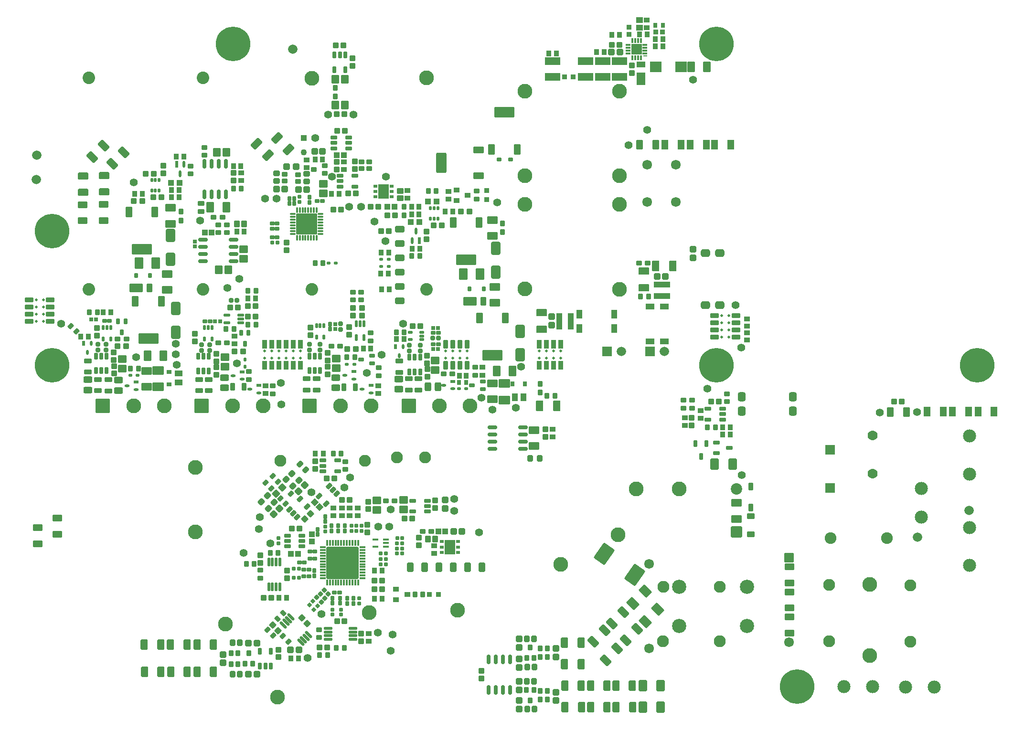
<source format=gbs>
G04*
G04 #@! TF.GenerationSoftware,Altium Limited,Altium Designer,21.7.2 (23)*
G04*
G04 Layer_Color=16711935*
%FSAX25Y25*%
%MOIN*%
G70*
G04*
G04 #@! TF.SameCoordinates,25756C21-EA0E-48A6-96D4-99705350E32D*
G04*
G04*
G04 #@! TF.FilePolarity,Negative*
G04*
G01*
G75*
G04:AMPARAMS|DCode=59|XSize=40.16mil|YSize=32.28mil|CornerRadius=4.43mil|HoleSize=0mil|Usage=FLASHONLY|Rotation=90.000|XOffset=0mil|YOffset=0mil|HoleType=Round|Shape=RoundedRectangle|*
%AMROUNDEDRECTD59*
21,1,0.04016,0.02343,0,0,90.0*
21,1,0.03130,0.03228,0,0,90.0*
1,1,0.00886,0.01171,0.01565*
1,1,0.00886,0.01171,-0.01565*
1,1,0.00886,-0.01171,-0.01565*
1,1,0.00886,-0.01171,0.01565*
%
%ADD59ROUNDEDRECTD59*%
G04:AMPARAMS|DCode=61|XSize=42.13mil|YSize=36.22mil|CornerRadius=4.72mil|HoleSize=0mil|Usage=FLASHONLY|Rotation=90.000|XOffset=0mil|YOffset=0mil|HoleType=Round|Shape=RoundedRectangle|*
%AMROUNDEDRECTD61*
21,1,0.04213,0.02677,0,0,90.0*
21,1,0.03268,0.03622,0,0,90.0*
1,1,0.00945,0.01339,0.01634*
1,1,0.00945,0.01339,-0.01634*
1,1,0.00945,-0.01339,-0.01634*
1,1,0.00945,-0.01339,0.01634*
%
%ADD61ROUNDEDRECTD61*%
G04:AMPARAMS|DCode=62|XSize=42.13mil|YSize=36.22mil|CornerRadius=4.72mil|HoleSize=0mil|Usage=FLASHONLY|Rotation=0.000|XOffset=0mil|YOffset=0mil|HoleType=Round|Shape=RoundedRectangle|*
%AMROUNDEDRECTD62*
21,1,0.04213,0.02677,0,0,0.0*
21,1,0.03268,0.03622,0,0,0.0*
1,1,0.00945,0.01634,-0.01339*
1,1,0.00945,-0.01634,-0.01339*
1,1,0.00945,-0.01634,0.01339*
1,1,0.00945,0.01634,0.01339*
%
%ADD62ROUNDEDRECTD62*%
G04:AMPARAMS|DCode=65|XSize=42.13mil|YSize=38.19mil|CornerRadius=4.87mil|HoleSize=0mil|Usage=FLASHONLY|Rotation=0.000|XOffset=0mil|YOffset=0mil|HoleType=Round|Shape=RoundedRectangle|*
%AMROUNDEDRECTD65*
21,1,0.04213,0.02845,0,0,0.0*
21,1,0.03238,0.03819,0,0,0.0*
1,1,0.00974,0.01619,-0.01422*
1,1,0.00974,-0.01619,-0.01422*
1,1,0.00974,-0.01619,0.01422*
1,1,0.00974,0.01619,0.01422*
%
%ADD65ROUNDEDRECTD65*%
G04:AMPARAMS|DCode=67|XSize=42.13mil|YSize=42.13mil|CornerRadius=5.17mil|HoleSize=0mil|Usage=FLASHONLY|Rotation=90.000|XOffset=0mil|YOffset=0mil|HoleType=Round|Shape=RoundedRectangle|*
%AMROUNDEDRECTD67*
21,1,0.04213,0.03179,0,0,90.0*
21,1,0.03179,0.04213,0,0,90.0*
1,1,0.01034,0.01590,0.01590*
1,1,0.01034,0.01590,-0.01590*
1,1,0.01034,-0.01590,-0.01590*
1,1,0.01034,-0.01590,0.01590*
%
%ADD67ROUNDEDRECTD67*%
G04:AMPARAMS|DCode=68|XSize=42.13mil|YSize=42.13mil|CornerRadius=5.17mil|HoleSize=0mil|Usage=FLASHONLY|Rotation=180.000|XOffset=0mil|YOffset=0mil|HoleType=Round|Shape=RoundedRectangle|*
%AMROUNDEDRECTD68*
21,1,0.04213,0.03179,0,0,180.0*
21,1,0.03179,0.04213,0,0,180.0*
1,1,0.01034,-0.01590,0.01590*
1,1,0.01034,0.01590,0.01590*
1,1,0.01034,0.01590,-0.01590*
1,1,0.01034,-0.01590,-0.01590*
%
%ADD68ROUNDEDRECTD68*%
G04:AMPARAMS|DCode=69|XSize=61.81mil|YSize=53.94mil|CornerRadius=6.05mil|HoleSize=0mil|Usage=FLASHONLY|Rotation=0.000|XOffset=0mil|YOffset=0mil|HoleType=Round|Shape=RoundedRectangle|*
%AMROUNDEDRECTD69*
21,1,0.06181,0.04183,0,0,0.0*
21,1,0.04970,0.05394,0,0,0.0*
1,1,0.01211,0.02485,-0.02092*
1,1,0.01211,-0.02485,-0.02092*
1,1,0.01211,-0.02485,0.02092*
1,1,0.01211,0.02485,0.02092*
%
%ADD69ROUNDEDRECTD69*%
G04:AMPARAMS|DCode=70|XSize=61.81mil|YSize=53.94mil|CornerRadius=6.05mil|HoleSize=0mil|Usage=FLASHONLY|Rotation=90.000|XOffset=0mil|YOffset=0mil|HoleType=Round|Shape=RoundedRectangle|*
%AMROUNDEDRECTD70*
21,1,0.06181,0.04183,0,0,90.0*
21,1,0.04970,0.05394,0,0,90.0*
1,1,0.01211,0.02092,0.02485*
1,1,0.01211,0.02092,-0.02485*
1,1,0.01211,-0.02092,-0.02485*
1,1,0.01211,-0.02092,0.02485*
%
%ADD70ROUNDEDRECTD70*%
G04:AMPARAMS|DCode=71|XSize=42.13mil|YSize=38.19mil|CornerRadius=4.87mil|HoleSize=0mil|Usage=FLASHONLY|Rotation=270.000|XOffset=0mil|YOffset=0mil|HoleType=Round|Shape=RoundedRectangle|*
%AMROUNDEDRECTD71*
21,1,0.04213,0.02845,0,0,270.0*
21,1,0.03238,0.03819,0,0,270.0*
1,1,0.00974,-0.01422,-0.01619*
1,1,0.00974,-0.01422,0.01619*
1,1,0.00974,0.01422,0.01619*
1,1,0.00974,0.01422,-0.01619*
%
%ADD71ROUNDEDRECTD71*%
G04:AMPARAMS|DCode=72|XSize=30.32mil|YSize=30.32mil|CornerRadius=4.28mil|HoleSize=0mil|Usage=FLASHONLY|Rotation=270.000|XOffset=0mil|YOffset=0mil|HoleType=Round|Shape=RoundedRectangle|*
%AMROUNDEDRECTD72*
21,1,0.03032,0.02175,0,0,270.0*
21,1,0.02175,0.03032,0,0,270.0*
1,1,0.00856,-0.01088,-0.01088*
1,1,0.00856,-0.01088,0.01088*
1,1,0.00856,0.01088,0.01088*
1,1,0.00856,0.01088,-0.01088*
%
%ADD72ROUNDEDRECTD72*%
G04:AMPARAMS|DCode=73|XSize=26.38mil|YSize=28.35mil|CornerRadius=3.99mil|HoleSize=0mil|Usage=FLASHONLY|Rotation=270.000|XOffset=0mil|YOffset=0mil|HoleType=Round|Shape=RoundedRectangle|*
%AMROUNDEDRECTD73*
21,1,0.02638,0.02037,0,0,270.0*
21,1,0.01841,0.02835,0,0,270.0*
1,1,0.00797,-0.01019,-0.00920*
1,1,0.00797,-0.01019,0.00920*
1,1,0.00797,0.01019,0.00920*
1,1,0.00797,0.01019,-0.00920*
%
%ADD73ROUNDEDRECTD73*%
G04:AMPARAMS|DCode=74|XSize=29.13mil|YSize=30.71mil|CornerRadius=4.19mil|HoleSize=0mil|Usage=FLASHONLY|Rotation=90.000|XOffset=0mil|YOffset=0mil|HoleType=Round|Shape=RoundedRectangle|*
%AMROUNDEDRECTD74*
21,1,0.02913,0.02232,0,0,90.0*
21,1,0.02075,0.03071,0,0,90.0*
1,1,0.00839,0.01116,0.01037*
1,1,0.00839,0.01116,-0.01037*
1,1,0.00839,-0.01116,-0.01037*
1,1,0.00839,-0.01116,0.01037*
%
%ADD74ROUNDEDRECTD74*%
G04:AMPARAMS|DCode=76|XSize=42.13mil|YSize=42.13mil|CornerRadius=6.1mil|HoleSize=0mil|Usage=FLASHONLY|Rotation=90.000|XOffset=0mil|YOffset=0mil|HoleType=Round|Shape=RoundedRectangle|*
%AMROUNDEDRECTD76*
21,1,0.04213,0.02992,0,0,90.0*
21,1,0.02992,0.04213,0,0,90.0*
1,1,0.01221,0.01496,0.01496*
1,1,0.01221,0.01496,-0.01496*
1,1,0.01221,-0.01496,-0.01496*
1,1,0.01221,-0.01496,0.01496*
%
%ADD76ROUNDEDRECTD76*%
%ADD78C,0.05472*%
G04:AMPARAMS|DCode=81|XSize=36.22mil|YSize=36.22mil|CornerRadius=5.51mil|HoleSize=0mil|Usage=FLASHONLY|Rotation=0.000|XOffset=0mil|YOffset=0mil|HoleType=Round|Shape=RoundedRectangle|*
%AMROUNDEDRECTD81*
21,1,0.03622,0.02520,0,0,0.0*
21,1,0.02520,0.03622,0,0,0.0*
1,1,0.01102,0.01260,-0.01260*
1,1,0.01102,-0.01260,-0.01260*
1,1,0.01102,-0.01260,0.01260*
1,1,0.01102,0.01260,0.01260*
%
%ADD81ROUNDEDRECTD81*%
G04:AMPARAMS|DCode=82|XSize=75.59mil|YSize=50mil|CornerRadius=6.89mil|HoleSize=0mil|Usage=FLASHONLY|Rotation=180.000|XOffset=0mil|YOffset=0mil|HoleType=Round|Shape=RoundedRectangle|*
%AMROUNDEDRECTD82*
21,1,0.07559,0.03622,0,0,180.0*
21,1,0.06181,0.05000,0,0,180.0*
1,1,0.01378,-0.03091,0.01811*
1,1,0.01378,0.03091,0.01811*
1,1,0.01378,0.03091,-0.01811*
1,1,0.01378,-0.03091,-0.01811*
%
%ADD82ROUNDEDRECTD82*%
G04:AMPARAMS|DCode=84|XSize=44.09mil|YSize=36.22mil|CornerRadius=5.51mil|HoleSize=0mil|Usage=FLASHONLY|Rotation=180.000|XOffset=0mil|YOffset=0mil|HoleType=Round|Shape=RoundedRectangle|*
%AMROUNDEDRECTD84*
21,1,0.04409,0.02520,0,0,180.0*
21,1,0.03307,0.03622,0,0,180.0*
1,1,0.01102,-0.01654,0.01260*
1,1,0.01102,0.01654,0.01260*
1,1,0.01102,0.01654,-0.01260*
1,1,0.01102,-0.01654,-0.01260*
%
%ADD84ROUNDEDRECTD84*%
G04:AMPARAMS|DCode=86|XSize=32.28mil|YSize=38.19mil|CornerRadius=5.12mil|HoleSize=0mil|Usage=FLASHONLY|Rotation=0.000|XOffset=0mil|YOffset=0mil|HoleType=Round|Shape=RoundedRectangle|*
%AMROUNDEDRECTD86*
21,1,0.03228,0.02795,0,0,0.0*
21,1,0.02205,0.03819,0,0,0.0*
1,1,0.01024,0.01102,-0.01398*
1,1,0.01024,-0.01102,-0.01398*
1,1,0.01024,-0.01102,0.01398*
1,1,0.01024,0.01102,0.01398*
%
%ADD86ROUNDEDRECTD86*%
G04:AMPARAMS|DCode=87|XSize=28.35mil|YSize=44.09mil|CornerRadius=5.32mil|HoleSize=0mil|Usage=FLASHONLY|Rotation=270.000|XOffset=0mil|YOffset=0mil|HoleType=Round|Shape=RoundedRectangle|*
%AMROUNDEDRECTD87*
21,1,0.02835,0.03347,0,0,270.0*
21,1,0.01772,0.04409,0,0,270.0*
1,1,0.01063,-0.01673,-0.00886*
1,1,0.01063,-0.01673,0.00886*
1,1,0.01063,0.01673,0.00886*
1,1,0.01063,0.01673,-0.00886*
%
%ADD87ROUNDEDRECTD87*%
G04:AMPARAMS|DCode=88|XSize=32.28mil|YSize=40.16mil|CornerRadius=5.12mil|HoleSize=0mil|Usage=FLASHONLY|Rotation=270.000|XOffset=0mil|YOffset=0mil|HoleType=Round|Shape=RoundedRectangle|*
%AMROUNDEDRECTD88*
21,1,0.03228,0.02992,0,0,270.0*
21,1,0.02205,0.04016,0,0,270.0*
1,1,0.01024,-0.01496,-0.01102*
1,1,0.01024,-0.01496,0.01102*
1,1,0.01024,0.01496,0.01102*
1,1,0.01024,0.01496,-0.01102*
%
%ADD88ROUNDEDRECTD88*%
G04:AMPARAMS|DCode=90|XSize=59.84mil|YSize=44.09mil|CornerRadius=7.28mil|HoleSize=0mil|Usage=FLASHONLY|Rotation=180.000|XOffset=0mil|YOffset=0mil|HoleType=Round|Shape=RoundedRectangle|*
%AMROUNDEDRECTD90*
21,1,0.05984,0.02953,0,0,180.0*
21,1,0.04528,0.04409,0,0,180.0*
1,1,0.01457,-0.02264,0.01476*
1,1,0.01457,0.02264,0.01476*
1,1,0.01457,0.02264,-0.01476*
1,1,0.01457,-0.02264,-0.01476*
%
%ADD90ROUNDEDRECTD90*%
G04:AMPARAMS|DCode=98|XSize=23.62mil|YSize=20.47mil|CornerRadius=3.94mil|HoleSize=0mil|Usage=FLASHONLY|Rotation=270.000|XOffset=0mil|YOffset=0mil|HoleType=Round|Shape=RoundedRectangle|*
%AMROUNDEDRECTD98*
21,1,0.02362,0.01260,0,0,270.0*
21,1,0.01575,0.02047,0,0,270.0*
1,1,0.00787,-0.00630,-0.00787*
1,1,0.00787,-0.00630,0.00787*
1,1,0.00787,0.00630,0.00787*
1,1,0.00787,0.00630,-0.00787*
%
%ADD98ROUNDEDRECTD98*%
%ADD99C,0.08346*%
%ADD100C,0.10315*%
%ADD101C,0.08740*%
%ADD102C,0.08150*%
%ADD103C,0.09134*%
%ADD104C,0.06575*%
%ADD105C,0.24095*%
%ADD106C,0.01929*%
%ADD107R,0.06575X0.06575*%
G04:AMPARAMS|DCode=108|XSize=79.53mil|YSize=79.53mil|CornerRadius=9.84mil|HoleSize=0mil|Usage=FLASHONLY|Rotation=0.000|XOffset=0mil|YOffset=0mil|HoleType=Round|Shape=RoundedRectangle|*
%AMROUNDEDRECTD108*
21,1,0.07953,0.05984,0,0,0.0*
21,1,0.05984,0.07953,0,0,0.0*
1,1,0.01968,0.02992,-0.02992*
1,1,0.01968,-0.02992,-0.02992*
1,1,0.01968,-0.02992,0.02992*
1,1,0.01968,0.02992,0.02992*
%
%ADD108ROUNDEDRECTD108*%
%ADD109C,0.07953*%
%ADD110R,0.04331X0.04331*%
%ADD111C,0.04331*%
G04:AMPARAMS|DCode=112|XSize=103.15mil|YSize=103.15mil|CornerRadius=12.21mil|HoleSize=0mil|Usage=FLASHONLY|Rotation=270.000|XOffset=0mil|YOffset=0mil|HoleType=Round|Shape=RoundedRectangle|*
%AMROUNDEDRECTD112*
21,1,0.10315,0.07874,0,0,270.0*
21,1,0.07874,0.10315,0,0,270.0*
1,1,0.02441,-0.03937,-0.03937*
1,1,0.02441,-0.03937,0.03937*
1,1,0.02441,0.03937,0.03937*
1,1,0.02441,0.03937,-0.03937*
%
%ADD112ROUNDEDRECTD112*%
G04:AMPARAMS|DCode=113|XSize=69.69mil|YSize=69.69mil|CornerRadius=8.86mil|HoleSize=0mil|Usage=FLASHONLY|Rotation=0.000|XOffset=0mil|YOffset=0mil|HoleType=Round|Shape=RoundedRectangle|*
%AMROUNDEDRECTD113*
21,1,0.06969,0.05197,0,0,0.0*
21,1,0.05197,0.06969,0,0,0.0*
1,1,0.01772,0.02598,-0.02598*
1,1,0.01772,-0.02598,-0.02598*
1,1,0.01772,-0.02598,0.02598*
1,1,0.01772,0.02598,0.02598*
%
%ADD113ROUNDEDRECTD113*%
%ADD114C,0.06969*%
%ADD115C,0.06772*%
G04:AMPARAMS|DCode=116|XSize=67.72mil|YSize=67.72mil|CornerRadius=8.66mil|HoleSize=0mil|Usage=FLASHONLY|Rotation=270.000|XOffset=0mil|YOffset=0mil|HoleType=Round|Shape=RoundedRectangle|*
%AMROUNDEDRECTD116*
21,1,0.06772,0.05039,0,0,270.0*
21,1,0.05039,0.06772,0,0,270.0*
1,1,0.01732,-0.02520,-0.02520*
1,1,0.01732,-0.02520,0.02520*
1,1,0.01732,0.02520,0.02520*
1,1,0.01732,0.02520,-0.02520*
%
%ADD116ROUNDEDRECTD116*%
%ADD117C,0.09921*%
%ADD118C,0.02835*%
G04:AMPARAMS|DCode=159|XSize=39.37mil|YSize=13.78mil|CornerRadius=1.03mil|HoleSize=0mil|Usage=FLASHONLY|Rotation=180.000|XOffset=0mil|YOffset=0mil|HoleType=Round|Shape=RoundedRectangle|*
%AMROUNDEDRECTD159*
21,1,0.03937,0.01171,0,0,180.0*
21,1,0.03730,0.01378,0,0,180.0*
1,1,0.00207,-0.01865,0.00586*
1,1,0.00207,0.01865,0.00586*
1,1,0.00207,0.01865,-0.00586*
1,1,0.00207,-0.01865,-0.00586*
%
%ADD159ROUNDEDRECTD159*%
G04:AMPARAMS|DCode=184|XSize=94.49mil|YSize=129.92mil|CornerRadius=9.45mil|HoleSize=0mil|Usage=FLASHONLY|Rotation=325.000|XOffset=0mil|YOffset=0mil|HoleType=Round|Shape=RoundedRectangle|*
%AMROUNDEDRECTD184*
21,1,0.09449,0.11102,0,0,325.0*
21,1,0.07559,0.12992,0,0,325.0*
1,1,0.01890,-0.00088,-0.06715*
1,1,0.01890,-0.06280,-0.02379*
1,1,0.01890,0.00088,0.06715*
1,1,0.01890,0.06280,0.02379*
%
%ADD184ROUNDEDRECTD184*%
%ADD205R,0.03937X0.11811*%
%ADD208R,0.11811X0.03937*%
G04:AMPARAMS|DCode=263|XSize=35.84mil|YSize=17.16mil|CornerRadius=8.58mil|HoleSize=0mil|Usage=FLASHONLY|Rotation=180.000|XOffset=0mil|YOffset=0mil|HoleType=Round|Shape=RoundedRectangle|*
%AMROUNDEDRECTD263*
21,1,0.03584,0.00000,0,0,180.0*
21,1,0.01868,0.01716,0,0,180.0*
1,1,0.01716,-0.00934,0.00000*
1,1,0.01716,0.00934,0.00000*
1,1,0.01716,0.00934,0.00000*
1,1,0.01716,-0.00934,0.00000*
%
%ADD263ROUNDEDRECTD263*%
G04:AMPARAMS|DCode=264|XSize=35.84mil|YSize=17.16mil|CornerRadius=1.72mil|HoleSize=0mil|Usage=FLASHONLY|Rotation=180.000|XOffset=0mil|YOffset=0mil|HoleType=Round|Shape=RoundedRectangle|*
%AMROUNDEDRECTD264*
21,1,0.03584,0.01373,0,0,180.0*
21,1,0.03241,0.01716,0,0,180.0*
1,1,0.00343,-0.01620,0.00686*
1,1,0.00343,0.01620,0.00686*
1,1,0.00343,0.01620,-0.00686*
1,1,0.00343,-0.01620,-0.00686*
%
%ADD264ROUNDEDRECTD264*%
G04:AMPARAMS|DCode=272|XSize=47.65mil|YSize=18.73mil|CornerRadius=9.37mil|HoleSize=0mil|Usage=FLASHONLY|Rotation=90.000|XOffset=0mil|YOffset=0mil|HoleType=Round|Shape=RoundedRectangle|*
%AMROUNDEDRECTD272*
21,1,0.04765,0.00000,0,0,90.0*
21,1,0.02892,0.01873,0,0,90.0*
1,1,0.01873,0.00000,0.01446*
1,1,0.01873,0.00000,-0.01446*
1,1,0.01873,0.00000,-0.01446*
1,1,0.01873,0.00000,0.01446*
%
%ADD272ROUNDEDRECTD272*%
G04:AMPARAMS|DCode=273|XSize=47.65mil|YSize=18.73mil|CornerRadius=1.87mil|HoleSize=0mil|Usage=FLASHONLY|Rotation=90.000|XOffset=0mil|YOffset=0mil|HoleType=Round|Shape=RoundedRectangle|*
%AMROUNDEDRECTD273*
21,1,0.04765,0.01499,0,0,90.0*
21,1,0.04390,0.01873,0,0,90.0*
1,1,0.00375,0.00749,0.02195*
1,1,0.00375,0.00749,-0.02195*
1,1,0.00375,-0.00749,-0.02195*
1,1,0.00375,-0.00749,0.02195*
%
%ADD273ROUNDEDRECTD273*%
G04:AMPARAMS|DCode=274|XSize=41.34mil|YSize=59.06mil|CornerRadius=4.13mil|HoleSize=0mil|Usage=FLASHONLY|Rotation=180.000|XOffset=0mil|YOffset=0mil|HoleType=Round|Shape=RoundedRectangle|*
%AMROUNDEDRECTD274*
21,1,0.04134,0.05079,0,0,180.0*
21,1,0.03307,0.05906,0,0,180.0*
1,1,0.00827,-0.01654,0.02539*
1,1,0.00827,0.01654,0.02539*
1,1,0.00827,0.01654,-0.02539*
1,1,0.00827,-0.01654,-0.02539*
%
%ADD274ROUNDEDRECTD274*%
G04:AMPARAMS|DCode=275|XSize=94.49mil|YSize=59.06mil|CornerRadius=5.91mil|HoleSize=0mil|Usage=FLASHONLY|Rotation=180.000|XOffset=0mil|YOffset=0mil|HoleType=Round|Shape=RoundedRectangle|*
%AMROUNDEDRECTD275*
21,1,0.09449,0.04724,0,0,180.0*
21,1,0.08268,0.05906,0,0,180.0*
1,1,0.01181,-0.04134,0.02362*
1,1,0.01181,0.04134,0.02362*
1,1,0.01181,0.04134,-0.02362*
1,1,0.01181,-0.04134,-0.02362*
%
%ADD275ROUNDEDRECTD275*%
G04:AMPARAMS|DCode=289|XSize=35.84mil|YSize=17.16mil|CornerRadius=1.72mil|HoleSize=0mil|Usage=FLASHONLY|Rotation=270.000|XOffset=0mil|YOffset=0mil|HoleType=Round|Shape=RoundedRectangle|*
%AMROUNDEDRECTD289*
21,1,0.03584,0.01373,0,0,270.0*
21,1,0.03241,0.01716,0,0,270.0*
1,1,0.00343,-0.00686,-0.01620*
1,1,0.00343,-0.00686,0.01620*
1,1,0.00343,0.00686,0.01620*
1,1,0.00343,0.00686,-0.01620*
%
%ADD289ROUNDEDRECTD289*%
G04:AMPARAMS|DCode=290|XSize=35.84mil|YSize=17.16mil|CornerRadius=8.58mil|HoleSize=0mil|Usage=FLASHONLY|Rotation=270.000|XOffset=0mil|YOffset=0mil|HoleType=Round|Shape=RoundedRectangle|*
%AMROUNDEDRECTD290*
21,1,0.03584,0.00000,0,0,270.0*
21,1,0.01868,0.01716,0,0,270.0*
1,1,0.01716,0.00000,-0.00934*
1,1,0.01716,0.00000,0.00934*
1,1,0.01716,0.00000,0.00934*
1,1,0.01716,0.00000,-0.00934*
%
%ADD290ROUNDEDRECTD290*%
%ADD300R,0.03051X0.00886*%
G04:AMPARAMS|DCode=301|XSize=69.69mil|YSize=48.03mil|CornerRadius=4.53mil|HoleSize=0mil|Usage=FLASHONLY|Rotation=270.000|XOffset=0mil|YOffset=0mil|HoleType=Round|Shape=RoundedRectangle|*
%AMROUNDEDRECTD301*
21,1,0.06969,0.03898,0,0,270.0*
21,1,0.06063,0.04803,0,0,270.0*
1,1,0.00906,-0.01949,-0.03032*
1,1,0.00906,-0.01949,0.03032*
1,1,0.00906,0.01949,0.03032*
1,1,0.00906,0.01949,-0.03032*
%
%ADD301ROUNDEDRECTD301*%
G04:AMPARAMS|DCode=302|XSize=69.69mil|YSize=48.03mil|CornerRadius=6.69mil|HoleSize=0mil|Usage=FLASHONLY|Rotation=90.000|XOffset=0mil|YOffset=0mil|HoleType=Round|Shape=RoundedRectangle|*
%AMROUNDEDRECTD302*
21,1,0.06969,0.03465,0,0,90.0*
21,1,0.05630,0.04803,0,0,90.0*
1,1,0.01339,0.01732,0.02815*
1,1,0.01339,0.01732,-0.02815*
1,1,0.01339,-0.01732,-0.02815*
1,1,0.01339,-0.01732,0.02815*
%
%ADD302ROUNDEDRECTD302*%
G04:AMPARAMS|DCode=303|XSize=44.09mil|YSize=40.16mil|CornerRadius=6.79mil|HoleSize=0mil|Usage=FLASHONLY|Rotation=90.000|XOffset=0mil|YOffset=0mil|HoleType=Round|Shape=RoundedRectangle|*
%AMROUNDEDRECTD303*
21,1,0.04409,0.02657,0,0,90.0*
21,1,0.03051,0.04016,0,0,90.0*
1,1,0.01358,0.01329,0.01526*
1,1,0.01358,0.01329,-0.01526*
1,1,0.01358,-0.01329,-0.01526*
1,1,0.01358,-0.01329,0.01526*
%
%ADD303ROUNDEDRECTD303*%
G04:AMPARAMS|DCode=304|XSize=40.16mil|YSize=32.28mil|CornerRadius=4.43mil|HoleSize=0mil|Usage=FLASHONLY|Rotation=180.000|XOffset=0mil|YOffset=0mil|HoleType=Round|Shape=RoundedRectangle|*
%AMROUNDEDRECTD304*
21,1,0.04016,0.02343,0,0,180.0*
21,1,0.03130,0.03228,0,0,180.0*
1,1,0.00886,-0.01565,0.01171*
1,1,0.00886,0.01565,0.01171*
1,1,0.00886,0.01565,-0.01171*
1,1,0.00886,-0.01565,-0.01171*
%
%ADD304ROUNDEDRECTD304*%
G04:AMPARAMS|DCode=305|XSize=40.16mil|YSize=32.28mil|CornerRadius=5.12mil|HoleSize=0mil|Usage=FLASHONLY|Rotation=225.000|XOffset=0mil|YOffset=0mil|HoleType=Round|Shape=RoundedRectangle|*
%AMROUNDEDRECTD305*
21,1,0.04016,0.02205,0,0,225.0*
21,1,0.02992,0.03228,0,0,225.0*
1,1,0.01024,-0.01837,-0.00278*
1,1,0.01024,0.00278,0.01837*
1,1,0.01024,0.01837,0.00278*
1,1,0.01024,-0.00278,-0.01837*
%
%ADD305ROUNDEDRECTD305*%
G04:AMPARAMS|DCode=306|XSize=75.59mil|YSize=55.91mil|CornerRadius=6.2mil|HoleSize=0mil|Usage=FLASHONLY|Rotation=180.000|XOffset=0mil|YOffset=0mil|HoleType=Round|Shape=RoundedRectangle|*
%AMROUNDEDRECTD306*
21,1,0.07559,0.04350,0,0,180.0*
21,1,0.06319,0.05591,0,0,180.0*
1,1,0.01240,-0.03159,0.02175*
1,1,0.01240,0.03159,0.02175*
1,1,0.01240,0.03159,-0.02175*
1,1,0.01240,-0.03159,-0.02175*
%
%ADD306ROUNDEDRECTD306*%
G04:AMPARAMS|DCode=307|XSize=44.09mil|YSize=63.78mil|CornerRadius=6.3mil|HoleSize=0mil|Usage=FLASHONLY|Rotation=0.000|XOffset=0mil|YOffset=0mil|HoleType=Round|Shape=RoundedRectangle|*
%AMROUNDEDRECTD307*
21,1,0.04409,0.05118,0,0,0.0*
21,1,0.03150,0.06378,0,0,0.0*
1,1,0.01260,0.01575,-0.02559*
1,1,0.01260,-0.01575,-0.02559*
1,1,0.01260,-0.01575,0.02559*
1,1,0.01260,0.01575,0.02559*
%
%ADD307ROUNDEDRECTD307*%
G04:AMPARAMS|DCode=308|XSize=26.38mil|YSize=28.35mil|CornerRadius=3.99mil|HoleSize=0mil|Usage=FLASHONLY|Rotation=0.000|XOffset=0mil|YOffset=0mil|HoleType=Round|Shape=RoundedRectangle|*
%AMROUNDEDRECTD308*
21,1,0.02638,0.02037,0,0,0.0*
21,1,0.01841,0.02835,0,0,0.0*
1,1,0.00797,0.00920,-0.01019*
1,1,0.00797,-0.00920,-0.01019*
1,1,0.00797,-0.00920,0.01019*
1,1,0.00797,0.00920,0.01019*
%
%ADD308ROUNDEDRECTD308*%
G04:AMPARAMS|DCode=309|XSize=26.38mil|YSize=26.38mil|CornerRadius=3.99mil|HoleSize=0mil|Usage=FLASHONLY|Rotation=90.000|XOffset=0mil|YOffset=0mil|HoleType=Round|Shape=RoundedRectangle|*
%AMROUNDEDRECTD309*
21,1,0.02638,0.01841,0,0,90.0*
21,1,0.01841,0.02638,0,0,90.0*
1,1,0.00797,0.00920,0.00920*
1,1,0.00797,0.00920,-0.00920*
1,1,0.00797,-0.00920,-0.00920*
1,1,0.00797,-0.00920,0.00920*
%
%ADD309ROUNDEDRECTD309*%
G04:AMPARAMS|DCode=310|XSize=42.13mil|YSize=42.13mil|CornerRadius=5.17mil|HoleSize=0mil|Usage=FLASHONLY|Rotation=45.000|XOffset=0mil|YOffset=0mil|HoleType=Round|Shape=RoundedRectangle|*
%AMROUNDEDRECTD310*
21,1,0.04213,0.03179,0,0,45.0*
21,1,0.03179,0.04213,0,0,45.0*
1,1,0.01034,0.02248,0.00000*
1,1,0.01034,0.00000,-0.02248*
1,1,0.01034,-0.02248,0.00000*
1,1,0.01034,0.00000,0.02248*
%
%ADD310ROUNDEDRECTD310*%
G04:AMPARAMS|DCode=311|XSize=79.53mil|YSize=57.87mil|CornerRadius=6.35mil|HoleSize=0mil|Usage=FLASHONLY|Rotation=315.000|XOffset=0mil|YOffset=0mil|HoleType=Round|Shape=RoundedRectangle|*
%AMROUNDEDRECTD311*
21,1,0.07953,0.04518,0,0,315.0*
21,1,0.06683,0.05787,0,0,315.0*
1,1,0.01270,0.00766,-0.03960*
1,1,0.01270,-0.03960,0.00766*
1,1,0.01270,-0.00766,0.03960*
1,1,0.01270,0.03960,-0.00766*
%
%ADD311ROUNDEDRECTD311*%
G04:AMPARAMS|DCode=312|XSize=79.53mil|YSize=57.87mil|CornerRadius=6.35mil|HoleSize=0mil|Usage=FLASHONLY|Rotation=270.000|XOffset=0mil|YOffset=0mil|HoleType=Round|Shape=RoundedRectangle|*
%AMROUNDEDRECTD312*
21,1,0.07953,0.04518,0,0,270.0*
21,1,0.06683,0.05787,0,0,270.0*
1,1,0.01270,-0.02259,-0.03342*
1,1,0.01270,-0.02259,0.03342*
1,1,0.01270,0.02259,0.03342*
1,1,0.01270,0.02259,-0.03342*
%
%ADD312ROUNDEDRECTD312*%
G04:AMPARAMS|DCode=313|XSize=44.09mil|YSize=46.06mil|CornerRadius=5.32mil|HoleSize=0mil|Usage=FLASHONLY|Rotation=270.000|XOffset=0mil|YOffset=0mil|HoleType=Round|Shape=RoundedRectangle|*
%AMROUNDEDRECTD313*
21,1,0.04409,0.03543,0,0,270.0*
21,1,0.03347,0.04606,0,0,270.0*
1,1,0.01063,-0.01772,-0.01673*
1,1,0.01063,-0.01772,0.01673*
1,1,0.01063,0.01772,0.01673*
1,1,0.01063,0.01772,-0.01673*
%
%ADD313ROUNDEDRECTD313*%
G04:AMPARAMS|DCode=314|XSize=44.09mil|YSize=40.16mil|CornerRadius=5.02mil|HoleSize=0mil|Usage=FLASHONLY|Rotation=90.000|XOffset=0mil|YOffset=0mil|HoleType=Round|Shape=RoundedRectangle|*
%AMROUNDEDRECTD314*
21,1,0.04409,0.03012,0,0,90.0*
21,1,0.03406,0.04016,0,0,90.0*
1,1,0.01004,0.01506,0.01703*
1,1,0.01004,0.01506,-0.01703*
1,1,0.01004,-0.01506,-0.01703*
1,1,0.01004,-0.01506,0.01703*
%
%ADD314ROUNDEDRECTD314*%
G04:AMPARAMS|DCode=315|XSize=36.22mil|YSize=40.16mil|CornerRadius=4.72mil|HoleSize=0mil|Usage=FLASHONLY|Rotation=270.000|XOffset=0mil|YOffset=0mil|HoleType=Round|Shape=RoundedRectangle|*
%AMROUNDEDRECTD315*
21,1,0.03622,0.03071,0,0,270.0*
21,1,0.02677,0.04016,0,0,270.0*
1,1,0.00945,-0.01535,-0.01339*
1,1,0.00945,-0.01535,0.01339*
1,1,0.00945,0.01535,0.01339*
1,1,0.00945,0.01535,-0.01339*
%
%ADD315ROUNDEDRECTD315*%
G04:AMPARAMS|DCode=316|XSize=44.09mil|YSize=46.06mil|CornerRadius=5.32mil|HoleSize=0mil|Usage=FLASHONLY|Rotation=135.000|XOffset=0mil|YOffset=0mil|HoleType=Round|Shape=RoundedRectangle|*
%AMROUNDEDRECTD316*
21,1,0.04409,0.03543,0,0,135.0*
21,1,0.03347,0.04606,0,0,135.0*
1,1,0.01063,0.00070,0.02436*
1,1,0.01063,0.02436,0.00070*
1,1,0.01063,-0.00070,-0.02436*
1,1,0.01063,-0.02436,-0.00070*
%
%ADD316ROUNDEDRECTD316*%
G04:AMPARAMS|DCode=317|XSize=29.92mil|YSize=31.5mil|CornerRadius=4.25mil|HoleSize=0mil|Usage=FLASHONLY|Rotation=180.000|XOffset=0mil|YOffset=0mil|HoleType=Round|Shape=RoundedRectangle|*
%AMROUNDEDRECTD317*
21,1,0.02992,0.02299,0,0,180.0*
21,1,0.02142,0.03150,0,0,180.0*
1,1,0.00850,-0.01071,0.01150*
1,1,0.00850,0.01071,0.01150*
1,1,0.00850,0.01071,-0.01150*
1,1,0.00850,-0.01071,-0.01150*
%
%ADD317ROUNDEDRECTD317*%
G04:AMPARAMS|DCode=318|XSize=42.13mil|YSize=38.19mil|CornerRadius=4.87mil|HoleSize=0mil|Usage=FLASHONLY|Rotation=225.000|XOffset=0mil|YOffset=0mil|HoleType=Round|Shape=RoundedRectangle|*
%AMROUNDEDRECTD318*
21,1,0.04213,0.02845,0,0,225.0*
21,1,0.03238,0.03819,0,0,225.0*
1,1,0.00974,-0.02151,-0.00139*
1,1,0.00974,0.00139,0.02151*
1,1,0.00974,0.02151,0.00139*
1,1,0.00974,-0.00139,-0.02151*
%
%ADD318ROUNDEDRECTD318*%
G04:AMPARAMS|DCode=319|XSize=29.92mil|YSize=31.5mil|CornerRadius=4.25mil|HoleSize=0mil|Usage=FLASHONLY|Rotation=270.000|XOffset=0mil|YOffset=0mil|HoleType=Round|Shape=RoundedRectangle|*
%AMROUNDEDRECTD319*
21,1,0.02992,0.02299,0,0,270.0*
21,1,0.02142,0.03150,0,0,270.0*
1,1,0.00850,-0.01150,-0.01071*
1,1,0.00850,-0.01150,0.01071*
1,1,0.00850,0.01150,0.01071*
1,1,0.00850,0.01150,-0.01071*
%
%ADD319ROUNDEDRECTD319*%
G04:AMPARAMS|DCode=320|XSize=44.09mil|YSize=40.16mil|CornerRadius=5.02mil|HoleSize=0mil|Usage=FLASHONLY|Rotation=180.000|XOffset=0mil|YOffset=0mil|HoleType=Round|Shape=RoundedRectangle|*
%AMROUNDEDRECTD320*
21,1,0.04409,0.03012,0,0,180.0*
21,1,0.03406,0.04016,0,0,180.0*
1,1,0.01004,-0.01703,0.01506*
1,1,0.01004,0.01703,0.01506*
1,1,0.01004,0.01703,-0.01506*
1,1,0.01004,-0.01703,-0.01506*
%
%ADD320ROUNDEDRECTD320*%
G04:AMPARAMS|DCode=321|XSize=75.59mil|YSize=55.91mil|CornerRadius=6.2mil|HoleSize=0mil|Usage=FLASHONLY|Rotation=270.000|XOffset=0mil|YOffset=0mil|HoleType=Round|Shape=RoundedRectangle|*
%AMROUNDEDRECTD321*
21,1,0.07559,0.04350,0,0,270.0*
21,1,0.06319,0.05591,0,0,270.0*
1,1,0.01240,-0.02175,-0.03159*
1,1,0.01240,-0.02175,0.03159*
1,1,0.01240,0.02175,0.03159*
1,1,0.01240,0.02175,-0.03159*
%
%ADD321ROUNDEDRECTD321*%
G04:AMPARAMS|DCode=322|XSize=42.13mil|YSize=38.19mil|CornerRadius=4.87mil|HoleSize=0mil|Usage=FLASHONLY|Rotation=315.000|XOffset=0mil|YOffset=0mil|HoleType=Round|Shape=RoundedRectangle|*
%AMROUNDEDRECTD322*
21,1,0.04213,0.02845,0,0,315.0*
21,1,0.03238,0.03819,0,0,315.0*
1,1,0.00974,0.00139,-0.02151*
1,1,0.00974,-0.02151,0.00139*
1,1,0.00974,-0.00139,0.02151*
1,1,0.00974,0.02151,-0.00139*
%
%ADD322ROUNDEDRECTD322*%
G04:AMPARAMS|DCode=323|XSize=44.09mil|YSize=46.06mil|CornerRadius=5.32mil|HoleSize=0mil|Usage=FLASHONLY|Rotation=0.000|XOffset=0mil|YOffset=0mil|HoleType=Round|Shape=RoundedRectangle|*
%AMROUNDEDRECTD323*
21,1,0.04409,0.03543,0,0,0.0*
21,1,0.03347,0.04606,0,0,0.0*
1,1,0.01063,0.01673,-0.01772*
1,1,0.01063,-0.01673,-0.01772*
1,1,0.01063,-0.01673,0.01772*
1,1,0.01063,0.01673,0.01772*
%
%ADD323ROUNDEDRECTD323*%
G04:AMPARAMS|DCode=324|XSize=32.28mil|YSize=38.19mil|CornerRadius=4.43mil|HoleSize=0mil|Usage=FLASHONLY|Rotation=90.000|XOffset=0mil|YOffset=0mil|HoleType=Round|Shape=RoundedRectangle|*
%AMROUNDEDRECTD324*
21,1,0.03228,0.02933,0,0,90.0*
21,1,0.02343,0.03819,0,0,90.0*
1,1,0.00886,0.01467,0.01171*
1,1,0.00886,0.01467,-0.01171*
1,1,0.00886,-0.01467,-0.01171*
1,1,0.00886,-0.01467,0.01171*
%
%ADD324ROUNDEDRECTD324*%
G04:AMPARAMS|DCode=325|XSize=75.59mil|YSize=50mil|CornerRadius=5.76mil|HoleSize=0mil|Usage=FLASHONLY|Rotation=0.000|XOffset=0mil|YOffset=0mil|HoleType=Round|Shape=RoundedRectangle|*
%AMROUNDEDRECTD325*
21,1,0.07559,0.03848,0,0,0.0*
21,1,0.06408,0.05000,0,0,0.0*
1,1,0.01152,0.03204,-0.01924*
1,1,0.01152,-0.03204,-0.01924*
1,1,0.01152,-0.03204,0.01924*
1,1,0.01152,0.03204,0.01924*
%
%ADD325ROUNDEDRECTD325*%
G04:AMPARAMS|DCode=326|XSize=75.59mil|YSize=50mil|CornerRadius=5.76mil|HoleSize=0mil|Usage=FLASHONLY|Rotation=90.000|XOffset=0mil|YOffset=0mil|HoleType=Round|Shape=RoundedRectangle|*
%AMROUNDEDRECTD326*
21,1,0.07559,0.03848,0,0,90.0*
21,1,0.06408,0.05000,0,0,90.0*
1,1,0.01152,0.01924,0.03204*
1,1,0.01152,0.01924,-0.03204*
1,1,0.01152,-0.01924,-0.03204*
1,1,0.01152,-0.01924,0.03204*
%
%ADD326ROUNDEDRECTD326*%
%ADD327O,0.06772X0.02835*%
G04:AMPARAMS|DCode=328|XSize=30.32mil|YSize=30.32mil|CornerRadius=4.28mil|HoleSize=0mil|Usage=FLASHONLY|Rotation=180.000|XOffset=0mil|YOffset=0mil|HoleType=Round|Shape=RoundedRectangle|*
%AMROUNDEDRECTD328*
21,1,0.03032,0.02175,0,0,180.0*
21,1,0.02175,0.03032,0,0,180.0*
1,1,0.00856,-0.01088,0.01088*
1,1,0.00856,0.01088,0.01088*
1,1,0.00856,0.01088,-0.01088*
1,1,0.00856,-0.01088,-0.01088*
%
%ADD328ROUNDEDRECTD328*%
G04:AMPARAMS|DCode=329|XSize=29.13mil|YSize=30.71mil|CornerRadius=4.19mil|HoleSize=0mil|Usage=FLASHONLY|Rotation=0.000|XOffset=0mil|YOffset=0mil|HoleType=Round|Shape=RoundedRectangle|*
%AMROUNDEDRECTD329*
21,1,0.02913,0.02232,0,0,0.0*
21,1,0.02075,0.03071,0,0,0.0*
1,1,0.00839,0.01037,-0.01116*
1,1,0.00839,-0.01037,-0.01116*
1,1,0.00839,-0.01037,0.01116*
1,1,0.00839,0.01037,0.01116*
%
%ADD329ROUNDEDRECTD329*%
G04:AMPARAMS|DCode=330|XSize=40.16mil|YSize=32.28mil|CornerRadius=5.12mil|HoleSize=0mil|Usage=FLASHONLY|Rotation=90.000|XOffset=0mil|YOffset=0mil|HoleType=Round|Shape=RoundedRectangle|*
%AMROUNDEDRECTD330*
21,1,0.04016,0.02205,0,0,90.0*
21,1,0.02992,0.03228,0,0,90.0*
1,1,0.01024,0.01102,0.01496*
1,1,0.01024,0.01102,-0.01496*
1,1,0.01024,-0.01102,-0.01496*
1,1,0.01024,-0.01102,0.01496*
%
%ADD330ROUNDEDRECTD330*%
G04:AMPARAMS|DCode=331|XSize=62.6mil|YSize=33.86mil|CornerRadius=5.28mil|HoleSize=0mil|Usage=FLASHONLY|Rotation=180.000|XOffset=0mil|YOffset=0mil|HoleType=Round|Shape=RoundedRectangle|*
%AMROUNDEDRECTD331*
21,1,0.06260,0.02331,0,0,180.0*
21,1,0.05205,0.03386,0,0,180.0*
1,1,0.01055,-0.02602,0.01165*
1,1,0.01055,0.02602,0.01165*
1,1,0.01055,0.02602,-0.01165*
1,1,0.01055,-0.02602,-0.01165*
%
%ADD331ROUNDEDRECTD331*%
G04:AMPARAMS|DCode=332|XSize=28.35mil|YSize=44.09mil|CornerRadius=5.32mil|HoleSize=0mil|Usage=FLASHONLY|Rotation=0.000|XOffset=0mil|YOffset=0mil|HoleType=Round|Shape=RoundedRectangle|*
%AMROUNDEDRECTD332*
21,1,0.02835,0.03347,0,0,0.0*
21,1,0.01772,0.04409,0,0,0.0*
1,1,0.01063,0.00886,-0.01673*
1,1,0.01063,-0.00886,-0.01673*
1,1,0.01063,-0.00886,0.01673*
1,1,0.01063,0.00886,0.01673*
%
%ADD332ROUNDEDRECTD332*%
%ADD333R,0.03386X0.06260*%
%ADD334R,0.02953X0.03740*%
%ADD335R,0.03740X0.02953*%
%ADD336R,0.04213X0.05787*%
%ADD337R,0.05787X0.04213*%
%ADD338R,0.04606X0.04016*%
%ADD339R,0.04213X0.03819*%
%ADD340R,0.03819X0.04213*%
%ADD341R,0.03819X0.03228*%
%ADD342R,0.07402X0.07402*%
%ADD343R,0.01654X0.03622*%
%ADD344R,0.03622X0.01654*%
%ADD345R,0.08346X0.07559*%
%ADD346R,0.05984X0.09134*%
%ADD347R,0.05984X0.04016*%
%ADD348R,0.11102X0.05591*%
%ADD349R,0.03228X0.04016*%
%ADD350R,0.03819X0.03228*%
%ADD351R,0.03622X0.04213*%
%ADD352R,0.02835X0.03622*%
%ADD353R,0.03228X0.03819*%
%ADD354R,0.04409X0.05984*%
%ADD355R,0.05984X0.04409*%
G04:AMPARAMS|DCode=356|XSize=42.13mil|YSize=36.22mil|CornerRadius=3.94mil|HoleSize=0mil|Usage=FLASHONLY|Rotation=90.000|XOffset=0mil|YOffset=0mil|HoleType=Round|Shape=RoundedRectangle|*
%AMROUNDEDRECTD356*
21,1,0.04213,0.02835,0,0,90.0*
21,1,0.03425,0.03622,0,0,90.0*
1,1,0.00787,0.01417,0.01713*
1,1,0.00787,0.01417,-0.01713*
1,1,0.00787,-0.01417,-0.01713*
1,1,0.00787,-0.01417,0.01713*
%
%ADD356ROUNDEDRECTD356*%
G04:AMPARAMS|DCode=357|XSize=40.55mil|YSize=52.76mil|CornerRadius=4.15mil|HoleSize=0mil|Usage=FLASHONLY|Rotation=90.000|XOffset=0mil|YOffset=0mil|HoleType=Round|Shape=RoundedRectangle|*
%AMROUNDEDRECTD357*
21,1,0.04055,0.04445,0,0,90.0*
21,1,0.03224,0.05276,0,0,90.0*
1,1,0.00831,0.02222,0.01612*
1,1,0.00831,0.02222,-0.01612*
1,1,0.00831,-0.02222,-0.01612*
1,1,0.00831,-0.02222,0.01612*
%
%ADD357ROUNDEDRECTD357*%
G04:AMPARAMS|DCode=358|XSize=32.28mil|YSize=51.97mil|CornerRadius=3.74mil|HoleSize=0mil|Usage=FLASHONLY|Rotation=180.000|XOffset=0mil|YOffset=0mil|HoleType=Round|Shape=RoundedRectangle|*
%AMROUNDEDRECTD358*
21,1,0.03228,0.04449,0,0,180.0*
21,1,0.02480,0.05197,0,0,180.0*
1,1,0.00748,-0.01240,0.02224*
1,1,0.00748,0.01240,0.02224*
1,1,0.00748,0.01240,-0.02224*
1,1,0.00748,-0.01240,-0.02224*
%
%ADD358ROUNDEDRECTD358*%
G04:AMPARAMS|DCode=359|XSize=42.13mil|YSize=36.22mil|CornerRadius=3.94mil|HoleSize=0mil|Usage=FLASHONLY|Rotation=180.000|XOffset=0mil|YOffset=0mil|HoleType=Round|Shape=RoundedRectangle|*
%AMROUNDEDRECTD359*
21,1,0.04213,0.02835,0,0,180.0*
21,1,0.03425,0.03622,0,0,180.0*
1,1,0.00787,-0.01713,0.01417*
1,1,0.00787,0.01713,0.01417*
1,1,0.00787,0.01713,-0.01417*
1,1,0.00787,-0.01713,-0.01417*
%
%ADD359ROUNDEDRECTD359*%
G04:AMPARAMS|DCode=360|XSize=55.91mil|YSize=63.78mil|CornerRadius=15.16mil|HoleSize=0mil|Usage=FLASHONLY|Rotation=270.000|XOffset=0mil|YOffset=0mil|HoleType=Round|Shape=RoundedRectangle|*
%AMROUNDEDRECTD360*
21,1,0.05591,0.03347,0,0,270.0*
21,1,0.02559,0.06378,0,0,270.0*
1,1,0.03032,-0.01673,-0.01280*
1,1,0.03032,-0.01673,0.01280*
1,1,0.03032,0.01673,0.01280*
1,1,0.03032,0.01673,-0.01280*
%
%ADD360ROUNDEDRECTD360*%
G04:AMPARAMS|DCode=361|XSize=26.38mil|YSize=26.38mil|CornerRadius=4.53mil|HoleSize=0mil|Usage=FLASHONLY|Rotation=180.000|XOffset=0mil|YOffset=0mil|HoleType=Round|Shape=RoundedRectangle|*
%AMROUNDEDRECTD361*
21,1,0.02638,0.01732,0,0,180.0*
21,1,0.01732,0.02638,0,0,180.0*
1,1,0.00906,-0.00866,0.00866*
1,1,0.00906,0.00866,0.00866*
1,1,0.00906,0.00866,-0.00866*
1,1,0.00906,-0.00866,-0.00866*
%
%ADD361ROUNDEDRECTD361*%
G04:AMPARAMS|DCode=362|XSize=28.35mil|YSize=44.09mil|CornerRadius=5.32mil|HoleSize=0mil|Usage=FLASHONLY|Rotation=315.000|XOffset=0mil|YOffset=0mil|HoleType=Round|Shape=RoundedRectangle|*
%AMROUNDEDRECTD362*
21,1,0.02835,0.03347,0,0,315.0*
21,1,0.01772,0.04409,0,0,315.0*
1,1,0.01063,-0.00557,-0.01810*
1,1,0.01063,-0.01810,-0.00557*
1,1,0.01063,0.00557,0.01810*
1,1,0.01063,0.01810,0.00557*
%
%ADD362ROUNDEDRECTD362*%
G04:AMPARAMS|DCode=363|XSize=32.28mil|YSize=38.19mil|CornerRadius=5.12mil|HoleSize=0mil|Usage=FLASHONLY|Rotation=90.000|XOffset=0mil|YOffset=0mil|HoleType=Round|Shape=RoundedRectangle|*
%AMROUNDEDRECTD363*
21,1,0.03228,0.02795,0,0,90.0*
21,1,0.02205,0.03819,0,0,90.0*
1,1,0.01024,0.01398,0.01102*
1,1,0.01024,0.01398,-0.01102*
1,1,0.01024,-0.01398,-0.01102*
1,1,0.01024,-0.01398,0.01102*
%
%ADD363ROUNDEDRECTD363*%
G04:AMPARAMS|DCode=364|XSize=75.59mil|YSize=50mil|CornerRadius=6.89mil|HoleSize=0mil|Usage=FLASHONLY|Rotation=90.000|XOffset=0mil|YOffset=0mil|HoleType=Round|Shape=RoundedRectangle|*
%AMROUNDEDRECTD364*
21,1,0.07559,0.03622,0,0,90.0*
21,1,0.06181,0.05000,0,0,90.0*
1,1,0.01378,0.01811,0.03091*
1,1,0.01378,0.01811,-0.03091*
1,1,0.01378,-0.01811,-0.03091*
1,1,0.01378,-0.01811,0.03091*
%
%ADD364ROUNDEDRECTD364*%
G04:AMPARAMS|DCode=365|XSize=44.09mil|YSize=46.06mil|CornerRadius=6.3mil|HoleSize=0mil|Usage=FLASHONLY|Rotation=180.000|XOffset=0mil|YOffset=0mil|HoleType=Round|Shape=RoundedRectangle|*
%AMROUNDEDRECTD365*
21,1,0.04409,0.03347,0,0,180.0*
21,1,0.03150,0.04606,0,0,180.0*
1,1,0.01260,-0.01575,0.01673*
1,1,0.01260,0.01575,0.01673*
1,1,0.01260,0.01575,-0.01673*
1,1,0.01260,-0.01575,-0.01673*
%
%ADD365ROUNDEDRECTD365*%
G04:AMPARAMS|DCode=366|XSize=40.16mil|YSize=36.22mil|CornerRadius=5.51mil|HoleSize=0mil|Usage=FLASHONLY|Rotation=270.000|XOffset=0mil|YOffset=0mil|HoleType=Round|Shape=RoundedRectangle|*
%AMROUNDEDRECTD366*
21,1,0.04016,0.02520,0,0,270.0*
21,1,0.02913,0.03622,0,0,270.0*
1,1,0.01102,-0.01260,-0.01457*
1,1,0.01102,-0.01260,0.01457*
1,1,0.01102,0.01260,0.01457*
1,1,0.01102,0.01260,-0.01457*
%
%ADD366ROUNDEDRECTD366*%
G04:AMPARAMS|DCode=367|XSize=44.09mil|YSize=40.16mil|CornerRadius=5.91mil|HoleSize=0mil|Usage=FLASHONLY|Rotation=270.000|XOffset=0mil|YOffset=0mil|HoleType=Round|Shape=RoundedRectangle|*
%AMROUNDEDRECTD367*
21,1,0.04409,0.02835,0,0,270.0*
21,1,0.03228,0.04016,0,0,270.0*
1,1,0.01181,-0.01417,-0.01614*
1,1,0.01181,-0.01417,0.01614*
1,1,0.01181,0.01417,0.01614*
1,1,0.01181,0.01417,-0.01614*
%
%ADD367ROUNDEDRECTD367*%
G04:AMPARAMS|DCode=368|XSize=44.09mil|YSize=46.06mil|CornerRadius=6.3mil|HoleSize=0mil|Usage=FLASHONLY|Rotation=270.000|XOffset=0mil|YOffset=0mil|HoleType=Round|Shape=RoundedRectangle|*
%AMROUNDEDRECTD368*
21,1,0.04409,0.03347,0,0,270.0*
21,1,0.03150,0.04606,0,0,270.0*
1,1,0.01260,-0.01673,-0.01575*
1,1,0.01260,-0.01673,0.01575*
1,1,0.01260,0.01673,0.01575*
1,1,0.01260,0.01673,-0.01575*
%
%ADD368ROUNDEDRECTD368*%
G04:AMPARAMS|DCode=369|XSize=32.28mil|YSize=40.16mil|CornerRadius=5.12mil|HoleSize=0mil|Usage=FLASHONLY|Rotation=0.000|XOffset=0mil|YOffset=0mil|HoleType=Round|Shape=RoundedRectangle|*
%AMROUNDEDRECTD369*
21,1,0.03228,0.02992,0,0,0.0*
21,1,0.02205,0.04016,0,0,0.0*
1,1,0.01024,0.01102,-0.01496*
1,1,0.01024,-0.01102,-0.01496*
1,1,0.01024,-0.01102,0.01496*
1,1,0.01024,0.01102,0.01496*
%
%ADD369ROUNDEDRECTD369*%
G04:AMPARAMS|DCode=370|XSize=69.69mil|YSize=48.03mil|CornerRadius=6.69mil|HoleSize=0mil|Usage=FLASHONLY|Rotation=180.000|XOffset=0mil|YOffset=0mil|HoleType=Round|Shape=RoundedRectangle|*
%AMROUNDEDRECTD370*
21,1,0.06969,0.03465,0,0,180.0*
21,1,0.05630,0.04803,0,0,180.0*
1,1,0.01339,-0.02815,0.01732*
1,1,0.01339,0.02815,0.01732*
1,1,0.01339,0.02815,-0.01732*
1,1,0.01339,-0.02815,-0.01732*
%
%ADD370ROUNDEDRECTD370*%
G04:AMPARAMS|DCode=371|XSize=40.16mil|YSize=32.28mil|CornerRadius=5.12mil|HoleSize=0mil|Usage=FLASHONLY|Rotation=315.000|XOffset=0mil|YOffset=0mil|HoleType=Round|Shape=RoundedRectangle|*
%AMROUNDEDRECTD371*
21,1,0.04016,0.02205,0,0,315.0*
21,1,0.02992,0.03228,0,0,315.0*
1,1,0.01024,0.00278,-0.01837*
1,1,0.01024,-0.01837,0.00278*
1,1,0.01024,-0.00278,0.01837*
1,1,0.01024,0.01837,-0.00278*
%
%ADD371ROUNDEDRECTD371*%
G04:AMPARAMS|DCode=372|XSize=20.47mil|YSize=63.78mil|CornerRadius=0mil|HoleSize=0mil|Usage=FLASHONLY|Rotation=45.000|XOffset=0mil|YOffset=0mil|HoleType=Round|Shape=Round|*
%AMOVALD372*
21,1,0.04331,0.02047,0.00000,0.00000,135.0*
1,1,0.02047,0.01531,-0.01531*
1,1,0.02047,-0.01531,0.01531*
%
%ADD372OVALD372*%

G04:AMPARAMS|DCode=373|XSize=26.38mil|YSize=26.38mil|CornerRadius=4.53mil|HoleSize=0mil|Usage=FLASHONLY|Rotation=315.000|XOffset=0mil|YOffset=0mil|HoleType=Round|Shape=RoundedRectangle|*
%AMROUNDEDRECTD373*
21,1,0.02638,0.01732,0,0,315.0*
21,1,0.01732,0.02638,0,0,315.0*
1,1,0.00906,0.00000,-0.01225*
1,1,0.00906,-0.01225,0.00000*
1,1,0.00906,0.00000,0.01225*
1,1,0.00906,0.01225,0.00000*
%
%ADD373ROUNDEDRECTD373*%
G04:AMPARAMS|DCode=374|XSize=29.92mil|YSize=31.5mil|CornerRadius=4.88mil|HoleSize=0mil|Usage=FLASHONLY|Rotation=315.000|XOffset=0mil|YOffset=0mil|HoleType=Round|Shape=RoundedRectangle|*
%AMROUNDEDRECTD374*
21,1,0.02992,0.02173,0,0,315.0*
21,1,0.02016,0.03150,0,0,315.0*
1,1,0.00976,-0.00056,-0.01481*
1,1,0.00976,-0.01481,-0.00056*
1,1,0.00976,0.00056,0.01481*
1,1,0.00976,0.01481,0.00056*
%
%ADD374ROUNDEDRECTD374*%
G04:AMPARAMS|DCode=375|XSize=29.92mil|YSize=31.5mil|CornerRadius=4.88mil|HoleSize=0mil|Usage=FLASHONLY|Rotation=225.000|XOffset=0mil|YOffset=0mil|HoleType=Round|Shape=RoundedRectangle|*
%AMROUNDEDRECTD375*
21,1,0.02992,0.02173,0,0,225.0*
21,1,0.02016,0.03150,0,0,225.0*
1,1,0.00976,-0.01481,0.00056*
1,1,0.00976,-0.00056,0.01481*
1,1,0.00976,0.01481,-0.00056*
1,1,0.00976,0.00056,-0.01481*
%
%ADD375ROUNDEDRECTD375*%
%ADD376O,0.02835X0.06772*%
G04:AMPARAMS|DCode=377|XSize=59.84mil|YSize=51.97mil|CornerRadius=7.09mil|HoleSize=0mil|Usage=FLASHONLY|Rotation=270.000|XOffset=0mil|YOffset=0mil|HoleType=Round|Shape=RoundedRectangle|*
%AMROUNDEDRECTD377*
21,1,0.05984,0.03780,0,0,270.0*
21,1,0.04567,0.05197,0,0,270.0*
1,1,0.01417,-0.01890,-0.02284*
1,1,0.01417,-0.01890,0.02284*
1,1,0.01417,0.01890,0.02284*
1,1,0.01417,0.01890,-0.02284*
%
%ADD377ROUNDEDRECTD377*%
G04:AMPARAMS|DCode=378|XSize=42.13mil|YSize=38.19mil|CornerRadius=5.71mil|HoleSize=0mil|Usage=FLASHONLY|Rotation=180.000|XOffset=0mil|YOffset=0mil|HoleType=Round|Shape=RoundedRectangle|*
%AMROUNDEDRECTD378*
21,1,0.04213,0.02677,0,0,180.0*
21,1,0.03071,0.03819,0,0,180.0*
1,1,0.01142,-0.01535,0.01339*
1,1,0.01142,0.01535,0.01339*
1,1,0.01142,0.01535,-0.01339*
1,1,0.01142,-0.01535,-0.01339*
%
%ADD378ROUNDEDRECTD378*%
G04:AMPARAMS|DCode=379|XSize=29.92mil|YSize=31.5mil|CornerRadius=4.88mil|HoleSize=0mil|Usage=FLASHONLY|Rotation=180.000|XOffset=0mil|YOffset=0mil|HoleType=Round|Shape=RoundedRectangle|*
%AMROUNDEDRECTD379*
21,1,0.02992,0.02173,0,0,180.0*
21,1,0.02016,0.03150,0,0,180.0*
1,1,0.00976,-0.01008,0.01087*
1,1,0.00976,0.01008,0.01087*
1,1,0.00976,0.01008,-0.01087*
1,1,0.00976,-0.01008,-0.01087*
%
%ADD379ROUNDEDRECTD379*%
G04:AMPARAMS|DCode=380|XSize=44.09mil|YSize=40.16mil|CornerRadius=5.91mil|HoleSize=0mil|Usage=FLASHONLY|Rotation=180.000|XOffset=0mil|YOffset=0mil|HoleType=Round|Shape=RoundedRectangle|*
%AMROUNDEDRECTD380*
21,1,0.04409,0.02835,0,0,180.0*
21,1,0.03228,0.04016,0,0,180.0*
1,1,0.01181,-0.01614,0.01417*
1,1,0.01181,0.01614,0.01417*
1,1,0.01181,0.01614,-0.01417*
1,1,0.01181,-0.01614,-0.01417*
%
%ADD380ROUNDEDRECTD380*%
G04:AMPARAMS|DCode=381|XSize=26.38mil|YSize=26.38mil|CornerRadius=4.53mil|HoleSize=0mil|Usage=FLASHONLY|Rotation=270.000|XOffset=0mil|YOffset=0mil|HoleType=Round|Shape=RoundedRectangle|*
%AMROUNDEDRECTD381*
21,1,0.02638,0.01732,0,0,270.0*
21,1,0.01732,0.02638,0,0,270.0*
1,1,0.00906,-0.00866,-0.00866*
1,1,0.00906,-0.00866,0.00866*
1,1,0.00906,0.00866,0.00866*
1,1,0.00906,0.00866,-0.00866*
%
%ADD381ROUNDEDRECTD381*%
G04:AMPARAMS|DCode=382|XSize=29.92mil|YSize=31.5mil|CornerRadius=4.88mil|HoleSize=0mil|Usage=FLASHONLY|Rotation=270.000|XOffset=0mil|YOffset=0mil|HoleType=Round|Shape=RoundedRectangle|*
%AMROUNDEDRECTD382*
21,1,0.02992,0.02173,0,0,270.0*
21,1,0.02016,0.03150,0,0,270.0*
1,1,0.00976,-0.01087,-0.01008*
1,1,0.00976,-0.01087,0.01008*
1,1,0.00976,0.01087,0.01008*
1,1,0.00976,0.01087,-0.01008*
%
%ADD382ROUNDEDRECTD382*%
G04:AMPARAMS|DCode=383|XSize=24.41mil|YSize=36.22mil|CornerRadius=4.33mil|HoleSize=0mil|Usage=FLASHONLY|Rotation=90.000|XOffset=0mil|YOffset=0mil|HoleType=Round|Shape=RoundedRectangle|*
%AMROUNDEDRECTD383*
21,1,0.02441,0.02756,0,0,90.0*
21,1,0.01575,0.03622,0,0,90.0*
1,1,0.00866,0.01378,0.00787*
1,1,0.00866,0.01378,-0.00787*
1,1,0.00866,-0.01378,-0.00787*
1,1,0.00866,-0.01378,0.00787*
%
%ADD383ROUNDEDRECTD383*%
G04:AMPARAMS|DCode=384|XSize=142.52mil|YSize=73.62mil|CornerRadius=10.97mil|HoleSize=0mil|Usage=FLASHONLY|Rotation=180.000|XOffset=0mil|YOffset=0mil|HoleType=Round|Shape=RoundedRectangle|*
%AMROUNDEDRECTD384*
21,1,0.14252,0.05167,0,0,180.0*
21,1,0.12057,0.07362,0,0,180.0*
1,1,0.02195,-0.06029,0.02584*
1,1,0.02195,0.06029,0.02584*
1,1,0.02195,0.06029,-0.02584*
1,1,0.02195,-0.06029,-0.02584*
%
%ADD384ROUNDEDRECTD384*%
G04:AMPARAMS|DCode=385|XSize=48.03mil|YSize=73.62mil|CornerRadius=7.78mil|HoleSize=0mil|Usage=FLASHONLY|Rotation=180.000|XOffset=0mil|YOffset=0mil|HoleType=Round|Shape=RoundedRectangle|*
%AMROUNDEDRECTD385*
21,1,0.04803,0.05807,0,0,180.0*
21,1,0.03248,0.07362,0,0,180.0*
1,1,0.01555,-0.01624,0.02904*
1,1,0.01555,0.01624,0.02904*
1,1,0.01555,0.01624,-0.02904*
1,1,0.01555,-0.01624,-0.02904*
%
%ADD385ROUNDEDRECTD385*%
G04:AMPARAMS|DCode=386|XSize=48.03mil|YSize=73.62mil|CornerRadius=7.78mil|HoleSize=0mil|Usage=FLASHONLY|Rotation=180.000|XOffset=0mil|YOffset=0mil|HoleType=Round|Shape=RoundedRectangle|*
%AMROUNDEDRECTD386*
21,1,0.04803,0.05807,0,0,180.0*
21,1,0.03248,0.07362,0,0,180.0*
1,1,0.01555,-0.01624,0.02904*
1,1,0.01555,0.01624,0.02904*
1,1,0.01555,0.01624,-0.02904*
1,1,0.01555,-0.01624,-0.02904*
%
%ADD386ROUNDEDRECTD386*%
G04:AMPARAMS|DCode=387|XSize=142.52mil|YSize=73.62mil|CornerRadius=10.97mil|HoleSize=0mil|Usage=FLASHONLY|Rotation=270.000|XOffset=0mil|YOffset=0mil|HoleType=Round|Shape=RoundedRectangle|*
%AMROUNDEDRECTD387*
21,1,0.14252,0.05167,0,0,270.0*
21,1,0.12057,0.07362,0,0,270.0*
1,1,0.02195,-0.02584,-0.06029*
1,1,0.02195,-0.02584,0.06029*
1,1,0.02195,0.02584,0.06029*
1,1,0.02195,0.02584,-0.06029*
%
%ADD387ROUNDEDRECTD387*%
G04:AMPARAMS|DCode=388|XSize=48.03mil|YSize=73.62mil|CornerRadius=7.78mil|HoleSize=0mil|Usage=FLASHONLY|Rotation=270.000|XOffset=0mil|YOffset=0mil|HoleType=Round|Shape=RoundedRectangle|*
%AMROUNDEDRECTD388*
21,1,0.04803,0.05807,0,0,270.0*
21,1,0.03248,0.07362,0,0,270.0*
1,1,0.01555,-0.02904,-0.01624*
1,1,0.01555,-0.02904,0.01624*
1,1,0.01555,0.02904,0.01624*
1,1,0.01555,0.02904,-0.01624*
%
%ADD388ROUNDEDRECTD388*%
G04:AMPARAMS|DCode=389|XSize=48.03mil|YSize=73.62mil|CornerRadius=7.78mil|HoleSize=0mil|Usage=FLASHONLY|Rotation=270.000|XOffset=0mil|YOffset=0mil|HoleType=Round|Shape=RoundedRectangle|*
%AMROUNDEDRECTD389*
21,1,0.04803,0.05807,0,0,270.0*
21,1,0.03248,0.07362,0,0,270.0*
1,1,0.01555,-0.02904,-0.01624*
1,1,0.01555,-0.02904,0.01624*
1,1,0.01555,0.02904,0.01624*
1,1,0.01555,0.02904,-0.01624*
%
%ADD389ROUNDEDRECTD389*%
G04:AMPARAMS|DCode=390|XSize=48.03mil|YSize=44.09mil|CornerRadius=6.3mil|HoleSize=0mil|Usage=FLASHONLY|Rotation=270.000|XOffset=0mil|YOffset=0mil|HoleType=Round|Shape=RoundedRectangle|*
%AMROUNDEDRECTD390*
21,1,0.04803,0.03150,0,0,270.0*
21,1,0.03543,0.04409,0,0,270.0*
1,1,0.01260,-0.01575,-0.01772*
1,1,0.01260,-0.01575,0.01772*
1,1,0.01260,0.01575,0.01772*
1,1,0.01260,0.01575,-0.01772*
%
%ADD390ROUNDEDRECTD390*%
G04:AMPARAMS|DCode=391|XSize=22.44mil|YSize=28.35mil|CornerRadius=4.13mil|HoleSize=0mil|Usage=FLASHONLY|Rotation=270.000|XOffset=0mil|YOffset=0mil|HoleType=Round|Shape=RoundedRectangle|*
%AMROUNDEDRECTD391*
21,1,0.02244,0.02008,0,0,270.0*
21,1,0.01417,0.02835,0,0,270.0*
1,1,0.00827,-0.01004,-0.00709*
1,1,0.00827,-0.01004,0.00709*
1,1,0.00827,0.01004,0.00709*
1,1,0.00827,0.01004,-0.00709*
%
%ADD391ROUNDEDRECTD391*%
G04:AMPARAMS|DCode=392|XSize=73.62mil|YSize=103.15mil|CornerRadius=4.09mil|HoleSize=0mil|Usage=FLASHONLY|Rotation=0.000|XOffset=0mil|YOffset=0mil|HoleType=Round|Shape=RoundedRectangle|*
%AMROUNDEDRECTD392*
21,1,0.07362,0.09498,0,0,0.0*
21,1,0.06545,0.10315,0,0,0.0*
1,1,0.00817,0.03273,-0.04749*
1,1,0.00817,-0.03273,-0.04749*
1,1,0.00817,-0.03273,0.04749*
1,1,0.00817,0.03273,0.04749*
%
%ADD392ROUNDEDRECTD392*%
G04:AMPARAMS|DCode=393|XSize=40.16mil|YSize=32.28mil|CornerRadius=5.12mil|HoleSize=0mil|Usage=FLASHONLY|Rotation=0.000|XOffset=0mil|YOffset=0mil|HoleType=Round|Shape=RoundedRectangle|*
%AMROUNDEDRECTD393*
21,1,0.04016,0.02205,0,0,0.0*
21,1,0.02992,0.03228,0,0,0.0*
1,1,0.01024,0.01496,-0.01102*
1,1,0.01024,-0.01496,-0.01102*
1,1,0.01024,-0.01496,0.01102*
1,1,0.01024,0.01496,0.01102*
%
%ADD393ROUNDEDRECTD393*%
G04:AMPARAMS|DCode=394|XSize=42.13mil|YSize=36.22mil|CornerRadius=5.51mil|HoleSize=0mil|Usage=FLASHONLY|Rotation=270.000|XOffset=0mil|YOffset=0mil|HoleType=Round|Shape=RoundedRectangle|*
%AMROUNDEDRECTD394*
21,1,0.04213,0.02520,0,0,270.0*
21,1,0.03110,0.03622,0,0,270.0*
1,1,0.01102,-0.01260,-0.01555*
1,1,0.01102,-0.01260,0.01555*
1,1,0.01102,0.01260,0.01555*
1,1,0.01102,0.01260,-0.01555*
%
%ADD394ROUNDEDRECTD394*%
G04:AMPARAMS|DCode=395|XSize=36.22mil|YSize=36.22mil|CornerRadius=5.51mil|HoleSize=0mil|Usage=FLASHONLY|Rotation=270.000|XOffset=0mil|YOffset=0mil|HoleType=Round|Shape=RoundedRectangle|*
%AMROUNDEDRECTD395*
21,1,0.03622,0.02520,0,0,270.0*
21,1,0.02520,0.03622,0,0,270.0*
1,1,0.01102,-0.01260,-0.01260*
1,1,0.01102,-0.01260,0.01260*
1,1,0.01102,0.01260,0.01260*
1,1,0.01102,0.01260,-0.01260*
%
%ADD395ROUNDEDRECTD395*%
G04:AMPARAMS|DCode=396|XSize=225.2mil|YSize=225.2mil|CornerRadius=7.87mil|HoleSize=0mil|Usage=FLASHONLY|Rotation=0.000|XOffset=0mil|YOffset=0mil|HoleType=Round|Shape=RoundedRectangle|*
%AMROUNDEDRECTD396*
21,1,0.22520,0.20945,0,0,0.0*
21,1,0.20945,0.22520,0,0,0.0*
1,1,0.01575,0.10472,-0.10472*
1,1,0.01575,-0.10472,-0.10472*
1,1,0.01575,-0.10472,0.10472*
1,1,0.01575,0.10472,0.10472*
%
%ADD396ROUNDEDRECTD396*%
G04:AMPARAMS|DCode=397|XSize=38.19mil|YSize=16.54mil|CornerRadius=3.54mil|HoleSize=0mil|Usage=FLASHONLY|Rotation=0.000|XOffset=0mil|YOffset=0mil|HoleType=Round|Shape=RoundedRectangle|*
%AMROUNDEDRECTD397*
21,1,0.03819,0.00945,0,0,0.0*
21,1,0.03110,0.01654,0,0,0.0*
1,1,0.00709,0.01555,-0.00472*
1,1,0.00709,-0.01555,-0.00472*
1,1,0.00709,-0.01555,0.00472*
1,1,0.00709,0.01555,0.00472*
%
%ADD397ROUNDEDRECTD397*%
G04:AMPARAMS|DCode=398|XSize=38.19mil|YSize=16.54mil|CornerRadius=3.54mil|HoleSize=0mil|Usage=FLASHONLY|Rotation=90.000|XOffset=0mil|YOffset=0mil|HoleType=Round|Shape=RoundedRectangle|*
%AMROUNDEDRECTD398*
21,1,0.03819,0.00945,0,0,90.0*
21,1,0.03110,0.01654,0,0,90.0*
1,1,0.00709,0.00472,0.01555*
1,1,0.00709,0.00472,-0.01555*
1,1,0.00709,-0.00472,-0.01555*
1,1,0.00709,-0.00472,0.01555*
%
%ADD398ROUNDEDRECTD398*%
%ADD399O,0.02047X0.06378*%
%ADD400O,0.06378X0.02047*%
G04:AMPARAMS|DCode=401|XSize=75.59mil|YSize=50mil|CornerRadius=6.89mil|HoleSize=0mil|Usage=FLASHONLY|Rotation=315.000|XOffset=0mil|YOffset=0mil|HoleType=Round|Shape=RoundedRectangle|*
%AMROUNDEDRECTD401*
21,1,0.07559,0.03622,0,0,315.0*
21,1,0.06181,0.05000,0,0,315.0*
1,1,0.01378,0.00905,-0.03466*
1,1,0.01378,-0.03466,0.00905*
1,1,0.01378,-0.00905,0.03466*
1,1,0.01378,0.03466,-0.00905*
%
%ADD401ROUNDEDRECTD401*%
G04:AMPARAMS|DCode=402|XSize=44.09mil|YSize=36.22mil|CornerRadius=5.51mil|HoleSize=0mil|Usage=FLASHONLY|Rotation=225.000|XOffset=0mil|YOffset=0mil|HoleType=Round|Shape=RoundedRectangle|*
%AMROUNDEDRECTD402*
21,1,0.04409,0.02520,0,0,225.0*
21,1,0.03307,0.03622,0,0,225.0*
1,1,0.01102,-0.02060,-0.00278*
1,1,0.01102,0.00278,0.02060*
1,1,0.01102,0.02060,0.00278*
1,1,0.01102,-0.00278,-0.02060*
%
%ADD402ROUNDEDRECTD402*%
G04:AMPARAMS|DCode=403|XSize=75.59mil|YSize=50mil|CornerRadius=6.89mil|HoleSize=0mil|Usage=FLASHONLY|Rotation=45.000|XOffset=0mil|YOffset=0mil|HoleType=Round|Shape=RoundedRectangle|*
%AMROUNDEDRECTD403*
21,1,0.07559,0.03622,0,0,45.0*
21,1,0.06181,0.05000,0,0,45.0*
1,1,0.01378,0.03466,0.00905*
1,1,0.01378,-0.00905,-0.03466*
1,1,0.01378,-0.03466,-0.00905*
1,1,0.01378,0.00905,0.03466*
%
%ADD403ROUNDEDRECTD403*%
G04:AMPARAMS|DCode=404|XSize=40.16mil|YSize=36.22mil|CornerRadius=5.51mil|HoleSize=0mil|Usage=FLASHONLY|Rotation=180.000|XOffset=0mil|YOffset=0mil|HoleType=Round|Shape=RoundedRectangle|*
%AMROUNDEDRECTD404*
21,1,0.04016,0.02520,0,0,180.0*
21,1,0.02913,0.03622,0,0,180.0*
1,1,0.01102,-0.01457,0.01260*
1,1,0.01102,0.01457,0.01260*
1,1,0.01102,0.01457,-0.01260*
1,1,0.01102,-0.01457,-0.01260*
%
%ADD404ROUNDEDRECTD404*%
G04:AMPARAMS|DCode=405|XSize=42.13mil|YSize=36.22mil|CornerRadius=5.51mil|HoleSize=0mil|Usage=FLASHONLY|Rotation=180.000|XOffset=0mil|YOffset=0mil|HoleType=Round|Shape=RoundedRectangle|*
%AMROUNDEDRECTD405*
21,1,0.04213,0.02520,0,0,180.0*
21,1,0.03110,0.03622,0,0,180.0*
1,1,0.01102,-0.01555,0.01260*
1,1,0.01102,0.01555,0.01260*
1,1,0.01102,0.01555,-0.01260*
1,1,0.01102,-0.01555,-0.01260*
%
%ADD405ROUNDEDRECTD405*%
G04:AMPARAMS|DCode=406|XSize=44.09mil|YSize=46.06mil|CornerRadius=6.3mil|HoleSize=0mil|Usage=FLASHONLY|Rotation=135.000|XOffset=0mil|YOffset=0mil|HoleType=Round|Shape=RoundedRectangle|*
%AMROUNDEDRECTD406*
21,1,0.04409,0.03347,0,0,135.0*
21,1,0.03150,0.04606,0,0,135.0*
1,1,0.01260,0.00070,0.02297*
1,1,0.01260,0.02297,0.00070*
1,1,0.01260,-0.00070,-0.02297*
1,1,0.01260,-0.02297,-0.00070*
%
%ADD406ROUNDEDRECTD406*%
G04:AMPARAMS|DCode=407|XSize=44.09mil|YSize=40.16mil|CornerRadius=6.79mil|HoleSize=0mil|Usage=FLASHONLY|Rotation=225.000|XOffset=0mil|YOffset=0mil|HoleType=Round|Shape=RoundedRectangle|*
%AMROUNDEDRECTD407*
21,1,0.04409,0.02657,0,0,225.0*
21,1,0.03051,0.04016,0,0,225.0*
1,1,0.01358,-0.02018,-0.00139*
1,1,0.01358,0.00139,0.02018*
1,1,0.01358,0.02018,0.00139*
1,1,0.01358,-0.00139,-0.02018*
%
%ADD407ROUNDEDRECTD407*%
G04:AMPARAMS|DCode=408|XSize=32.28mil|YSize=40.16mil|CornerRadius=5.12mil|HoleSize=0mil|Usage=FLASHONLY|Rotation=315.000|XOffset=0mil|YOffset=0mil|HoleType=Round|Shape=RoundedRectangle|*
%AMROUNDEDRECTD408*
21,1,0.03228,0.02992,0,0,315.0*
21,1,0.02205,0.04016,0,0,315.0*
1,1,0.01024,-0.00278,-0.01837*
1,1,0.01024,-0.01837,-0.00278*
1,1,0.01024,0.00278,0.01837*
1,1,0.01024,0.01837,0.00278*
%
%ADD408ROUNDEDRECTD408*%
G04:AMPARAMS|DCode=409|XSize=55.91mil|YSize=36.22mil|CornerRadius=6.3mil|HoleSize=0mil|Usage=FLASHONLY|Rotation=180.000|XOffset=0mil|YOffset=0mil|HoleType=Round|Shape=RoundedRectangle|*
%AMROUNDEDRECTD409*
21,1,0.05591,0.02362,0,0,180.0*
21,1,0.04331,0.03622,0,0,180.0*
1,1,0.01260,-0.02165,0.01181*
1,1,0.01260,0.02165,0.01181*
1,1,0.01260,0.02165,-0.01181*
1,1,0.01260,-0.02165,-0.01181*
%
%ADD409ROUNDEDRECTD409*%
G04:AMPARAMS|DCode=410|XSize=24.41mil|YSize=38.19mil|CornerRadius=4.33mil|HoleSize=0mil|Usage=FLASHONLY|Rotation=180.000|XOffset=0mil|YOffset=0mil|HoleType=Round|Shape=RoundedRectangle|*
%AMROUNDEDRECTD410*
21,1,0.02441,0.02953,0,0,180.0*
21,1,0.01575,0.03819,0,0,180.0*
1,1,0.00866,-0.00787,0.01476*
1,1,0.00866,0.00787,0.01476*
1,1,0.00866,0.00787,-0.01476*
1,1,0.00866,-0.00787,-0.01476*
%
%ADD410ROUNDEDRECTD410*%
G04:AMPARAMS|DCode=411|XSize=59.84mil|YSize=51.97mil|CornerRadius=7.09mil|HoleSize=0mil|Usage=FLASHONLY|Rotation=180.000|XOffset=0mil|YOffset=0mil|HoleType=Round|Shape=RoundedRectangle|*
%AMROUNDEDRECTD411*
21,1,0.05984,0.03780,0,0,180.0*
21,1,0.04567,0.05197,0,0,180.0*
1,1,0.01417,-0.02284,0.01890*
1,1,0.01417,0.02284,0.01890*
1,1,0.01417,0.02284,-0.01890*
1,1,0.01417,-0.02284,-0.01890*
%
%ADD411ROUNDEDRECTD411*%
G04:AMPARAMS|DCode=412|XSize=55.91mil|YSize=36.22mil|CornerRadius=6.3mil|HoleSize=0mil|Usage=FLASHONLY|Rotation=90.000|XOffset=0mil|YOffset=0mil|HoleType=Round|Shape=RoundedRectangle|*
%AMROUNDEDRECTD412*
21,1,0.05591,0.02362,0,0,90.0*
21,1,0.04331,0.03622,0,0,90.0*
1,1,0.01260,0.01181,0.02165*
1,1,0.01260,0.01181,-0.02165*
1,1,0.01260,-0.01181,-0.02165*
1,1,0.01260,-0.01181,0.02165*
%
%ADD412ROUNDEDRECTD412*%
G04:AMPARAMS|DCode=413|XSize=55.91mil|YSize=63.78mil|CornerRadius=15.16mil|HoleSize=0mil|Usage=FLASHONLY|Rotation=180.000|XOffset=0mil|YOffset=0mil|HoleType=Round|Shape=RoundedRectangle|*
%AMROUNDEDRECTD413*
21,1,0.05591,0.03347,0,0,180.0*
21,1,0.02559,0.06378,0,0,180.0*
1,1,0.03032,-0.01280,0.01673*
1,1,0.03032,0.01280,0.01673*
1,1,0.03032,0.01280,-0.01673*
1,1,0.03032,-0.01280,-0.01673*
%
%ADD413ROUNDEDRECTD413*%
G04:AMPARAMS|DCode=414|XSize=44.09mil|YSize=63.78mil|CornerRadius=6.3mil|HoleSize=0mil|Usage=FLASHONLY|Rotation=270.000|XOffset=0mil|YOffset=0mil|HoleType=Round|Shape=RoundedRectangle|*
%AMROUNDEDRECTD414*
21,1,0.04409,0.05118,0,0,270.0*
21,1,0.03150,0.06378,0,0,270.0*
1,1,0.01260,-0.02559,-0.01575*
1,1,0.01260,-0.02559,0.01575*
1,1,0.01260,0.02559,0.01575*
1,1,0.01260,0.02559,-0.01575*
%
%ADD414ROUNDEDRECTD414*%
G04:AMPARAMS|DCode=415|XSize=23.62mil|YSize=20.47mil|CornerRadius=3.94mil|HoleSize=0mil|Usage=FLASHONLY|Rotation=180.000|XOffset=0mil|YOffset=0mil|HoleType=Round|Shape=RoundedRectangle|*
%AMROUNDEDRECTD415*
21,1,0.02362,0.01260,0,0,180.0*
21,1,0.01575,0.02047,0,0,180.0*
1,1,0.00787,-0.00787,0.00630*
1,1,0.00787,0.00787,0.00630*
1,1,0.00787,0.00787,-0.00630*
1,1,0.00787,-0.00787,-0.00630*
%
%ADD415ROUNDEDRECTD415*%
G04:AMPARAMS|DCode=416|XSize=20.47mil|YSize=24.41mil|CornerRadius=3.94mil|HoleSize=0mil|Usage=FLASHONLY|Rotation=180.000|XOffset=0mil|YOffset=0mil|HoleType=Round|Shape=RoundedRectangle|*
%AMROUNDEDRECTD416*
21,1,0.02047,0.01654,0,0,180.0*
21,1,0.01260,0.02441,0,0,180.0*
1,1,0.00787,-0.00630,0.00827*
1,1,0.00787,0.00630,0.00827*
1,1,0.00787,0.00630,-0.00827*
1,1,0.00787,-0.00630,-0.00827*
%
%ADD416ROUNDEDRECTD416*%
G04:AMPARAMS|DCode=417|XSize=22.44mil|YSize=46.06mil|CornerRadius=4.31mil|HoleSize=0mil|Usage=FLASHONLY|Rotation=90.000|XOffset=0mil|YOffset=0mil|HoleType=Round|Shape=RoundedRectangle|*
%AMROUNDEDRECTD417*
21,1,0.02244,0.03744,0,0,90.0*
21,1,0.01382,0.04606,0,0,90.0*
1,1,0.00862,0.01872,0.00691*
1,1,0.00862,0.01872,-0.00691*
1,1,0.00862,-0.01872,-0.00691*
1,1,0.00862,-0.01872,0.00691*
%
%ADD417ROUNDEDRECTD417*%
G04:AMPARAMS|DCode=418|XSize=22.44mil|YSize=46.06mil|CornerRadius=4.31mil|HoleSize=0mil|Usage=FLASHONLY|Rotation=180.000|XOffset=0mil|YOffset=0mil|HoleType=Round|Shape=RoundedRectangle|*
%AMROUNDEDRECTD418*
21,1,0.02244,0.03744,0,0,180.0*
21,1,0.01382,0.04606,0,0,180.0*
1,1,0.00862,-0.00691,0.01872*
1,1,0.00862,0.00691,0.01872*
1,1,0.00862,0.00691,-0.01872*
1,1,0.00862,-0.00691,-0.01872*
%
%ADD418ROUNDEDRECTD418*%
G04:AMPARAMS|DCode=419|XSize=42.13mil|YSize=38.19mil|CornerRadius=5.71mil|HoleSize=0mil|Usage=FLASHONLY|Rotation=90.000|XOffset=0mil|YOffset=0mil|HoleType=Round|Shape=RoundedRectangle|*
%AMROUNDEDRECTD419*
21,1,0.04213,0.02677,0,0,90.0*
21,1,0.03071,0.03819,0,0,90.0*
1,1,0.01142,0.01339,0.01535*
1,1,0.01142,0.01339,-0.01535*
1,1,0.01142,-0.01339,-0.01535*
1,1,0.01142,-0.01339,0.01535*
%
%ADD419ROUNDEDRECTD419*%
G04:AMPARAMS|DCode=420|XSize=62.6mil|YSize=33.86mil|CornerRadius=5.28mil|HoleSize=0mil|Usage=FLASHONLY|Rotation=270.000|XOffset=0mil|YOffset=0mil|HoleType=Round|Shape=RoundedRectangle|*
%AMROUNDEDRECTD420*
21,1,0.06260,0.02331,0,0,270.0*
21,1,0.05205,0.03386,0,0,270.0*
1,1,0.01055,-0.01165,-0.02602*
1,1,0.01055,-0.01165,0.02602*
1,1,0.01055,0.01165,0.02602*
1,1,0.01055,0.01165,-0.02602*
%
%ADD420ROUNDEDRECTD420*%
G04:AMPARAMS|DCode=421|XSize=38.19mil|YSize=14.57mil|CornerRadius=3.35mil|HoleSize=0mil|Usage=FLASHONLY|Rotation=270.000|XOffset=0mil|YOffset=0mil|HoleType=Round|Shape=RoundedRectangle|*
%AMROUNDEDRECTD421*
21,1,0.03819,0.00787,0,0,270.0*
21,1,0.03150,0.01457,0,0,270.0*
1,1,0.00669,-0.00394,-0.01575*
1,1,0.00669,-0.00394,0.01575*
1,1,0.00669,0.00394,0.01575*
1,1,0.00669,0.00394,-0.01575*
%
%ADD421ROUNDEDRECTD421*%
G04:AMPARAMS|DCode=422|XSize=38.19mil|YSize=14.57mil|CornerRadius=3.35mil|HoleSize=0mil|Usage=FLASHONLY|Rotation=0.000|XOffset=0mil|YOffset=0mil|HoleType=Round|Shape=RoundedRectangle|*
%AMROUNDEDRECTD422*
21,1,0.03819,0.00787,0,0,0.0*
21,1,0.03150,0.01457,0,0,0.0*
1,1,0.00669,0.01575,-0.00394*
1,1,0.00669,-0.01575,-0.00394*
1,1,0.00669,-0.01575,0.00394*
1,1,0.00669,0.01575,0.00394*
%
%ADD422ROUNDEDRECTD422*%
G04:AMPARAMS|DCode=423|XSize=146.46mil|YSize=146.46mil|CornerRadius=5.91mil|HoleSize=0mil|Usage=FLASHONLY|Rotation=270.000|XOffset=0mil|YOffset=0mil|HoleType=Round|Shape=RoundedRectangle|*
%AMROUNDEDRECTD423*
21,1,0.14646,0.13465,0,0,270.0*
21,1,0.13465,0.14646,0,0,270.0*
1,1,0.01181,-0.06732,-0.06732*
1,1,0.01181,-0.06732,0.06732*
1,1,0.01181,0.06732,0.06732*
1,1,0.01181,0.06732,-0.06732*
%
%ADD423ROUNDEDRECTD423*%
G04:AMPARAMS|DCode=424|XSize=20.47mil|YSize=30.32mil|CornerRadius=4.33mil|HoleSize=0mil|Usage=FLASHONLY|Rotation=180.000|XOffset=0mil|YOffset=0mil|HoleType=Round|Shape=RoundedRectangle|*
%AMROUNDEDRECTD424*
21,1,0.02047,0.02165,0,0,180.0*
21,1,0.01181,0.03032,0,0,180.0*
1,1,0.00866,-0.00591,0.01083*
1,1,0.00866,0.00591,0.01083*
1,1,0.00866,0.00591,-0.01083*
1,1,0.00866,-0.00591,-0.01083*
%
%ADD424ROUNDEDRECTD424*%
G04:AMPARAMS|DCode=425|XSize=30.32mil|YSize=30.32mil|CornerRadius=4.92mil|HoleSize=0mil|Usage=FLASHONLY|Rotation=180.000|XOffset=0mil|YOffset=0mil|HoleType=Round|Shape=RoundedRectangle|*
%AMROUNDEDRECTD425*
21,1,0.03032,0.02047,0,0,180.0*
21,1,0.02047,0.03032,0,0,180.0*
1,1,0.00984,-0.01024,0.01024*
1,1,0.00984,0.01024,0.01024*
1,1,0.00984,0.01024,-0.01024*
1,1,0.00984,-0.01024,-0.01024*
%
%ADD425ROUNDEDRECTD425*%
G04:AMPARAMS|DCode=426|XSize=24.41mil|YSize=38.19mil|CornerRadius=4.33mil|HoleSize=0mil|Usage=FLASHONLY|Rotation=90.000|XOffset=0mil|YOffset=0mil|HoleType=Round|Shape=RoundedRectangle|*
%AMROUNDEDRECTD426*
21,1,0.02441,0.02953,0,0,90.0*
21,1,0.01575,0.03819,0,0,90.0*
1,1,0.00866,0.01476,0.00787*
1,1,0.00866,0.01476,-0.00787*
1,1,0.00866,-0.01476,-0.00787*
1,1,0.00866,-0.01476,0.00787*
%
%ADD426ROUNDEDRECTD426*%
G04:AMPARAMS|DCode=427|XSize=91.34mil|YSize=63.78mil|CornerRadius=9.74mil|HoleSize=0mil|Usage=FLASHONLY|Rotation=270.000|XOffset=0mil|YOffset=0mil|HoleType=Round|Shape=RoundedRectangle|*
%AMROUNDEDRECTD427*
21,1,0.09134,0.04429,0,0,270.0*
21,1,0.07185,0.06378,0,0,270.0*
1,1,0.01949,-0.02215,-0.03593*
1,1,0.01949,-0.02215,0.03593*
1,1,0.01949,0.02215,0.03593*
1,1,0.01949,0.02215,-0.03593*
%
%ADD427ROUNDEDRECTD427*%
G04:AMPARAMS|DCode=428|XSize=79.53mil|YSize=61.81mil|CornerRadius=8.07mil|HoleSize=0mil|Usage=FLASHONLY|Rotation=270.000|XOffset=0mil|YOffset=0mil|HoleType=Round|Shape=RoundedRectangle|*
%AMROUNDEDRECTD428*
21,1,0.07953,0.04567,0,0,270.0*
21,1,0.06339,0.06181,0,0,270.0*
1,1,0.01614,-0.02284,-0.03169*
1,1,0.01614,-0.02284,0.03169*
1,1,0.01614,0.02284,0.03169*
1,1,0.01614,0.02284,-0.03169*
%
%ADD428ROUNDEDRECTD428*%
G04:AMPARAMS|DCode=429|XSize=28.35mil|YSize=32.28mil|CornerRadius=5.32mil|HoleSize=0mil|Usage=FLASHONLY|Rotation=180.000|XOffset=0mil|YOffset=0mil|HoleType=Round|Shape=RoundedRectangle|*
%AMROUNDEDRECTD429*
21,1,0.02835,0.02165,0,0,180.0*
21,1,0.01772,0.03228,0,0,180.0*
1,1,0.01063,-0.00886,0.01083*
1,1,0.01063,0.00886,0.01083*
1,1,0.01063,0.00886,-0.01083*
1,1,0.01063,-0.00886,-0.01083*
%
%ADD429ROUNDEDRECTD429*%
G04:AMPARAMS|DCode=430|XSize=79.53mil|YSize=61.81mil|CornerRadius=8.07mil|HoleSize=0mil|Usage=FLASHONLY|Rotation=0.000|XOffset=0mil|YOffset=0mil|HoleType=Round|Shape=RoundedRectangle|*
%AMROUNDEDRECTD430*
21,1,0.07953,0.04567,0,0,0.0*
21,1,0.06339,0.06181,0,0,0.0*
1,1,0.01614,0.03169,-0.02284*
1,1,0.01614,-0.03169,-0.02284*
1,1,0.01614,-0.03169,0.02284*
1,1,0.01614,0.03169,0.02284*
%
%ADD430ROUNDEDRECTD430*%
G04:AMPARAMS|DCode=431|XSize=36.22mil|YSize=28.35mil|CornerRadius=4.72mil|HoleSize=0mil|Usage=FLASHONLY|Rotation=90.000|XOffset=0mil|YOffset=0mil|HoleType=Round|Shape=RoundedRectangle|*
%AMROUNDEDRECTD431*
21,1,0.03622,0.01890,0,0,90.0*
21,1,0.02677,0.02835,0,0,90.0*
1,1,0.00945,0.00945,0.01339*
1,1,0.00945,0.00945,-0.01339*
1,1,0.00945,-0.00945,-0.01339*
1,1,0.00945,-0.00945,0.01339*
%
%ADD431ROUNDEDRECTD431*%
G04:AMPARAMS|DCode=432|XSize=59.84mil|YSize=44.09mil|CornerRadius=7.28mil|HoleSize=0mil|Usage=FLASHONLY|Rotation=270.000|XOffset=0mil|YOffset=0mil|HoleType=Round|Shape=RoundedRectangle|*
%AMROUNDEDRECTD432*
21,1,0.05984,0.02953,0,0,270.0*
21,1,0.04528,0.04409,0,0,270.0*
1,1,0.01457,-0.01476,-0.02264*
1,1,0.01457,-0.01476,0.02264*
1,1,0.01457,0.01476,0.02264*
1,1,0.01457,0.01476,-0.02264*
%
%ADD432ROUNDEDRECTD432*%
G04:AMPARAMS|DCode=433|XSize=20.47mil|YSize=30.32mil|CornerRadius=4.33mil|HoleSize=0mil|Usage=FLASHONLY|Rotation=90.000|XOffset=0mil|YOffset=0mil|HoleType=Round|Shape=RoundedRectangle|*
%AMROUNDEDRECTD433*
21,1,0.02047,0.02165,0,0,90.0*
21,1,0.01181,0.03032,0,0,90.0*
1,1,0.00866,0.01083,0.00591*
1,1,0.00866,0.01083,-0.00591*
1,1,0.00866,-0.01083,-0.00591*
1,1,0.00866,-0.01083,0.00591*
%
%ADD433ROUNDEDRECTD433*%
D59*
X0305512Y0244094D02*
D03*
X0300000D02*
D03*
X0566791Y0262421D02*
D03*
X0561279D02*
D03*
X0362500Y0145571D02*
D03*
X0356988D02*
D03*
X0520079Y0353720D02*
D03*
X0514567D02*
D03*
X0454626Y0284154D02*
D03*
X0449114D02*
D03*
D61*
X0293110Y0244094D02*
D03*
X0287362D02*
D03*
X0292618Y0449213D02*
D03*
X0287303D02*
D03*
X0577087Y0262421D02*
D03*
X0571772D02*
D03*
X0245768Y0352165D02*
D03*
X0240453D02*
D03*
X0333957Y0142618D02*
D03*
X0328642D02*
D03*
X0387992Y0298327D02*
D03*
X0392913D02*
D03*
X0230610Y0444685D02*
D03*
X0235531D02*
D03*
X0237697Y0399016D02*
D03*
X0232776D02*
D03*
X0333661Y0358760D02*
D03*
X0338976D02*
D03*
X0333268Y0369587D02*
D03*
X0338583D02*
D03*
X0333465Y0384350D02*
D03*
X0338779D02*
D03*
X0262224Y0143425D02*
D03*
X0267539D02*
D03*
X0275866Y0100906D02*
D03*
X0270551D02*
D03*
X0483898Y0524311D02*
D03*
X0489213D02*
D03*
X0187106Y0427953D02*
D03*
X0192421D02*
D03*
X0166634Y0425295D02*
D03*
X0161319D02*
D03*
X0359941Y0410925D02*
D03*
X0354626D02*
D03*
X0378248Y0412894D02*
D03*
X0383563D02*
D03*
X0187008Y0422835D02*
D03*
X0192323D02*
D03*
X0359941Y0416142D02*
D03*
X0354626D02*
D03*
D62*
X0453248Y0255610D02*
D03*
X0453248Y0260925D02*
D03*
X0380413Y0426968D02*
D03*
Y0421654D02*
D03*
X0556496Y0273937D02*
D03*
Y0268622D02*
D03*
X0307579Y0447736D02*
D03*
Y0442421D02*
D03*
X0235630Y0439961D02*
D03*
Y0434646D02*
D03*
X0324744Y0118130D02*
D03*
Y0112815D02*
D03*
X0370571Y0174311D02*
D03*
Y0179626D02*
D03*
X0351673Y0422244D02*
D03*
Y0427559D02*
D03*
X0306201Y0205906D02*
D03*
Y0200591D02*
D03*
D65*
X0267480Y0391378D02*
D03*
Y0386063D02*
D03*
X0319450Y0118128D02*
D03*
Y0112813D02*
D03*
X0249262Y0167637D02*
D03*
Y0172952D02*
D03*
X0508366Y0509547D02*
D03*
Y0514862D02*
D03*
X0313287Y0514665D02*
D03*
Y0519980D02*
D03*
X0181595Y0439468D02*
D03*
Y0444783D02*
D03*
X0365059Y0399016D02*
D03*
Y0393701D02*
D03*
X0302559Y0442421D02*
D03*
Y0447736D02*
D03*
X0314961Y0447835D02*
D03*
Y0442520D02*
D03*
X0365551Y0312303D02*
D03*
Y0306988D02*
D03*
X0365650Y0302815D02*
D03*
Y0297500D02*
D03*
X0146949Y0314567D02*
D03*
Y0309252D02*
D03*
X0295965Y0314370D02*
D03*
Y0309055D02*
D03*
Y0304724D02*
D03*
Y0299410D02*
D03*
X0218307Y0313583D02*
D03*
Y0308268D02*
D03*
Y0304134D02*
D03*
Y0298819D02*
D03*
X0147047Y0305098D02*
D03*
Y0299783D02*
D03*
X0203543Y0322224D02*
D03*
Y0327539D02*
D03*
X0135236Y0326181D02*
D03*
Y0331496D02*
D03*
X0283957Y0326575D02*
D03*
Y0331890D02*
D03*
X0311221Y0327067D02*
D03*
Y0332382D02*
D03*
X0359744Y0185138D02*
D03*
Y0179823D02*
D03*
X0323819Y0188976D02*
D03*
Y0194291D02*
D03*
X0261638Y0107104D02*
D03*
Y0101788D02*
D03*
X0324350Y0210433D02*
D03*
Y0205118D02*
D03*
X0447992Y0255709D02*
D03*
Y0261024D02*
D03*
X0371284Y0211329D02*
D03*
Y0206014D02*
D03*
X0267668Y0162224D02*
D03*
Y0156909D02*
D03*
X0403445Y0087008D02*
D03*
Y0092323D02*
D03*
X0287598Y0238583D02*
D03*
Y0233268D02*
D03*
X0550098Y0263484D02*
D03*
Y0268799D02*
D03*
D67*
X0186811Y0432972D02*
D03*
X0192717D02*
D03*
X0360138Y0405709D02*
D03*
X0354232D02*
D03*
X0378209Y0189535D02*
D03*
X0373287Y0189535D02*
D03*
X0302559Y0452165D02*
D03*
X0307480Y0452165D02*
D03*
X0270571Y0173917D02*
D03*
X0275492Y0173917D02*
D03*
X0215256Y0398425D02*
D03*
X0210335Y0398425D02*
D03*
X0372146Y0419882D02*
D03*
X0366240D02*
D03*
X0337894Y0416339D02*
D03*
X0342815Y0416339D02*
D03*
D68*
X0285039Y0187500D02*
D03*
X0285039Y0182579D02*
D03*
D69*
X0330551Y0211221D02*
D03*
X0330551Y0204528D02*
D03*
X0349055Y0211614D02*
D03*
X0349055Y0204921D02*
D03*
X0293110Y0425591D02*
D03*
X0293110Y0432283D02*
D03*
X0237500Y0386713D02*
D03*
X0237500Y0380020D02*
D03*
D70*
X0301575Y0487402D02*
D03*
X0308268Y0487402D02*
D03*
X0301476Y0505315D02*
D03*
X0308169Y0505315D02*
D03*
X0220177Y0372342D02*
D03*
X0226870Y0372342D02*
D03*
D71*
X0696929Y0280236D02*
D03*
X0691614D02*
D03*
X0256713Y0143228D02*
D03*
X0251398D02*
D03*
X0305413Y0414272D02*
D03*
X0300098D02*
D03*
X0499902Y0529153D02*
D03*
X0494587D02*
D03*
X0295866Y0108465D02*
D03*
X0290551D02*
D03*
X0307972Y0469390D02*
D03*
X0302658D02*
D03*
X0343209Y0410138D02*
D03*
X0337894D02*
D03*
X0563878Y0280138D02*
D03*
X0569193D02*
D03*
X0326279Y0416339D02*
D03*
X0331594D02*
D03*
X0302461Y0481004D02*
D03*
X0307776D02*
D03*
X0301870Y0528937D02*
D03*
X0307185D02*
D03*
X0315748Y0425591D02*
D03*
X0310433D02*
D03*
X0338878Y0399114D02*
D03*
X0333563D02*
D03*
X0355413Y0332972D02*
D03*
X0360728D02*
D03*
X0228150Y0345866D02*
D03*
X0233465D02*
D03*
X0334252Y0149409D02*
D03*
X0328937D02*
D03*
X0271174Y0191471D02*
D03*
X0276489D02*
D03*
X0355044Y0198533D02*
D03*
X0349729D02*
D03*
X0302629Y0126954D02*
D03*
X0307944D02*
D03*
X0306102Y0211516D02*
D03*
X0311417D02*
D03*
X0334252Y0155413D02*
D03*
X0328937D02*
D03*
X0300689Y0226575D02*
D03*
X0295374D02*
D03*
D72*
X0232874Y0350984D02*
D03*
X0228937D02*
D03*
X0369488Y0324606D02*
D03*
X0373425D02*
D03*
D73*
X0220965Y0336417D02*
D03*
X0217618D02*
D03*
X0373130Y0331693D02*
D03*
X0369783D02*
D03*
X0373228Y0316831D02*
D03*
X0369882D02*
D03*
X0131102Y0337697D02*
D03*
X0134449D02*
D03*
D74*
X0210571Y0336319D02*
D03*
X0214035D02*
D03*
X0373287Y0328248D02*
D03*
X0369823D02*
D03*
X0373287Y0320276D02*
D03*
X0369823D02*
D03*
X0143858Y0336713D02*
D03*
X0140394D02*
D03*
D76*
X0375886Y0403346D02*
D03*
X0369980D02*
D03*
X0315650Y0317028D02*
D03*
X0309744D02*
D03*
X0237008Y0315256D02*
D03*
X0231102D02*
D03*
X0395079Y0412795D02*
D03*
X0389173D02*
D03*
X0166831Y0420276D02*
D03*
X0160925D02*
D03*
X0180217Y0422835D02*
D03*
X0174311D02*
D03*
X0174902Y0439173D02*
D03*
X0168996D02*
D03*
X0155512Y0318839D02*
D03*
X0149606D02*
D03*
D78*
X0681535Y0272756D02*
D03*
X0707382Y0272992D02*
D03*
X0311713Y0227362D02*
D03*
X0551279Y0504921D02*
D03*
X0190256Y0313189D02*
D03*
X0561004Y0289291D02*
D03*
X0585098Y0228937D02*
D03*
X0584941Y0317913D02*
D03*
X0506201Y0459154D02*
D03*
X0519193Y0469783D02*
D03*
X0580807Y0347539D02*
D03*
X0328740Y0406004D02*
D03*
X0336910Y0437303D02*
D03*
X0263681Y0278248D02*
D03*
X0232677Y0307087D02*
D03*
X0263484Y0293209D02*
D03*
X0336516Y0392421D02*
D03*
X0311024Y0416437D02*
D03*
X0319390D02*
D03*
X0252362Y0421949D02*
D03*
X0260433Y0421850D02*
D03*
X0299114Y0437303D02*
D03*
X0333760Y0312992D02*
D03*
X0323425Y0300394D02*
D03*
X0234350Y0366043D02*
D03*
X0226279Y0359646D02*
D03*
X0207087Y0406595D02*
D03*
X0414567Y0419193D02*
D03*
X0160925Y0433169D02*
D03*
X0287402Y0464272D02*
D03*
X0314075Y0480610D02*
D03*
X0296555Y0480709D02*
D03*
X0237402Y0174705D02*
D03*
X0331594Y0193012D02*
D03*
X0339961Y0205020D02*
D03*
X0248721Y0199705D02*
D03*
X0339272Y0193012D02*
D03*
X0291634Y0131988D02*
D03*
X0340256Y0106201D02*
D03*
X0401673Y0188779D02*
D03*
X0248031Y0191339D02*
D03*
X0284744Y0216831D02*
D03*
X0307874Y0220276D02*
D03*
X0384350Y0203937D02*
D03*
X0384547Y0212205D02*
D03*
X0282185Y0101181D02*
D03*
X0331004Y0118898D02*
D03*
X0341437Y0117717D02*
D03*
X0256004Y0181201D02*
D03*
X0190748Y0305807D02*
D03*
X0190157Y0320472D02*
D03*
X0110236Y0334646D02*
D03*
X0162402Y0311417D02*
D03*
X0403445Y0283071D02*
D03*
X0348780Y0334744D02*
D03*
X0411024Y0274606D02*
D03*
X0431201Y0304724D02*
D03*
X0427559Y0275787D02*
D03*
D81*
X0406988Y0421161D02*
D03*
Y0427461D02*
D03*
D82*
X0125295Y0426181D02*
D03*
Y0437598D02*
D03*
X0139961Y0426575D02*
D03*
Y0437992D02*
D03*
D84*
X0207874Y0418701D02*
D03*
Y0412795D02*
D03*
D86*
X0444587Y0292618D02*
D03*
Y0286516D02*
D03*
X0349606Y0416437D02*
D03*
Y0410335D02*
D03*
X0301378Y0493209D02*
D03*
Y0499311D02*
D03*
X0193701Y0406693D02*
D03*
Y0412795D02*
D03*
X0418110Y0398622D02*
D03*
Y0404724D02*
D03*
D87*
X0292815Y0231693D02*
D03*
X0561614Y0267736D02*
D03*
X0571850Y0275217D02*
D03*
Y0271476D02*
D03*
Y0267736D02*
D03*
X0561614Y0275217D02*
D03*
X0303051Y0231693D02*
D03*
X0292815Y0239173D02*
D03*
Y0235433D02*
D03*
X0303051Y0239173D02*
D03*
X0567520Y0244193D02*
D03*
Y0251673D02*
D03*
X0576575Y0247933D02*
D03*
X0355407Y0203609D02*
D03*
X0365643Y0211089D02*
D03*
Y0207349D02*
D03*
X0365643Y0203609D02*
D03*
X0355407Y0211089D02*
D03*
X0278254Y0179240D02*
D03*
X0268017Y0186720D02*
D03*
Y0182980D02*
D03*
Y0179240D02*
D03*
X0278254Y0186720D02*
D03*
Y0182980D02*
D03*
X0315059Y0430413D02*
D03*
X0304823Y0437894D02*
D03*
X0304823Y0434154D02*
D03*
X0304823Y0430413D02*
D03*
X0315059Y0437894D02*
D03*
X0310728Y0460827D02*
D03*
X0310728Y0464567D02*
D03*
X0300492Y0457087D02*
D03*
X0300492Y0460827D02*
D03*
Y0464567D02*
D03*
X0310728Y0457087D02*
D03*
D88*
X0293996Y0444783D02*
D03*
Y0439665D02*
D03*
X0286516Y0442224D02*
D03*
D90*
X0128740Y0288386D02*
D03*
Y0295472D02*
D03*
X0150098Y0288051D02*
D03*
Y0295138D02*
D03*
X0224213Y0289784D02*
D03*
Y0296870D02*
D03*
X0301870Y0296890D02*
D03*
X0301870Y0289803D02*
D03*
X0345866Y0295866D02*
D03*
Y0288779D02*
D03*
D98*
X0238484Y0309685D02*
D03*
X0238484Y0304488D02*
D03*
D99*
X0344291Y0241339D02*
D03*
X0363976D02*
D03*
X0569646Y0113031D02*
D03*
X0530276D02*
D03*
X0530453Y0150906D02*
D03*
X0569823D02*
D03*
X0263051Y0238878D02*
D03*
X0322106D02*
D03*
X0645965Y0112795D02*
D03*
Y0152165D02*
D03*
X0702658Y0152067D02*
D03*
Y0112697D02*
D03*
D100*
X0458677Y0166744D02*
D03*
X0498772Y0187173D02*
D03*
X0433661Y0358858D02*
D03*
Y0417913D02*
D03*
X0499803Y0417815D02*
D03*
Y0358760D02*
D03*
X0365059Y0506182D02*
D03*
X0285138Y0506102D02*
D03*
X0511614Y0219193D02*
D03*
X0541614D02*
D03*
X0203740Y0189425D02*
D03*
Y0234425D02*
D03*
X0386621Y0134771D02*
D03*
X0325007Y0132999D02*
D03*
X0224803Y0125000D02*
D03*
X0261122Y0073819D02*
D03*
X0433661Y0496850D02*
D03*
X0433661Y0437795D02*
D03*
X0674409Y0152559D02*
D03*
Y0102953D02*
D03*
X0326398Y0277165D02*
D03*
X0304980D02*
D03*
X0251043Y0277165D02*
D03*
X0229626D02*
D03*
X0160630Y0277362D02*
D03*
X0182047D02*
D03*
X0499705Y0437992D02*
D03*
Y0497047D02*
D03*
X0374114Y0277165D02*
D03*
X0395532D02*
D03*
D101*
X0209252Y0358563D02*
D03*
X0129331D02*
D03*
X0209252Y0506201D02*
D03*
X0129331D02*
D03*
X0365059Y0358544D02*
D03*
X0285138D02*
D03*
D102*
X0686516Y0185020D02*
D03*
X0647146D02*
D03*
D103*
X0710354Y0199508D02*
D03*
Y0219508D02*
D03*
X0719291Y0081063D02*
D03*
X0699291D02*
D03*
X0743976Y0165787D02*
D03*
Y0192402D02*
D03*
X0744075Y0229665D02*
D03*
Y0256279D02*
D03*
X0676378Y0081142D02*
D03*
X0656378D02*
D03*
D104*
X0707776Y0185630D02*
D03*
X0743760Y0204429D02*
D03*
X0501279Y0315354D02*
D03*
X0531161D02*
D03*
X0093110Y0452362D02*
D03*
X0271654Y0526378D02*
D03*
X0092913Y0435138D02*
D03*
D105*
X0567323Y0530020D02*
D03*
Y0305610D02*
D03*
X0103839D02*
D03*
X0623721Y0081201D02*
D03*
X0103839Y0399311D02*
D03*
X0749508Y0305610D02*
D03*
X0230020Y0530020D02*
D03*
D106*
X0277067Y0315492D02*
D03*
Y0310492D02*
D03*
X0272067Y0315492D02*
D03*
Y0310492D02*
D03*
X0267067Y0315492D02*
D03*
Y0310492D02*
D03*
X0262067Y0315492D02*
D03*
Y0310492D02*
D03*
X0257067Y0315492D02*
D03*
Y0310492D02*
D03*
X0252067Y0315492D02*
D03*
Y0310492D02*
D03*
X0458681Y0315492D02*
D03*
Y0310492D02*
D03*
X0453681Y0315492D02*
D03*
Y0310492D02*
D03*
X0448681Y0315492D02*
D03*
Y0310492D02*
D03*
X0443681Y0315492D02*
D03*
Y0310492D02*
D03*
X0097677Y0336299D02*
D03*
X0092677D02*
D03*
X0097677Y0341299D02*
D03*
X0092677D02*
D03*
X0097677Y0346299D02*
D03*
X0092677D02*
D03*
X0097677Y0351299D02*
D03*
X0092677D02*
D03*
X0571122Y0340177D02*
D03*
X0576122D02*
D03*
X0571122Y0335177D02*
D03*
X0576122D02*
D03*
X0571122Y0330177D02*
D03*
X0576122D02*
D03*
X0571122Y0325177D02*
D03*
X0576122D02*
D03*
X0393327Y0315492D02*
D03*
Y0310492D02*
D03*
X0388327Y0315492D02*
D03*
Y0310492D02*
D03*
X0383327Y0315492D02*
D03*
Y0310492D02*
D03*
X0378327Y0315492D02*
D03*
Y0310492D02*
D03*
D107*
X0491280Y0315354D02*
D03*
X0521161D02*
D03*
D108*
X0581614Y0189193D02*
D03*
D109*
X0581614Y0219193D02*
D03*
D110*
X0279429Y0464272D02*
D03*
D111*
Y0454429D02*
D03*
D112*
X0283563Y0277165D02*
D03*
X0208209Y0277165D02*
D03*
X0139213Y0277362D02*
D03*
X0352697Y0277165D02*
D03*
D113*
X0646772Y0246752D02*
D03*
X0646772Y0219980D02*
D03*
D114*
X0676299Y0256594D02*
D03*
Y0229823D02*
D03*
D115*
X0539035Y0419488D02*
D03*
X0519035D02*
D03*
X0520472Y0166929D02*
D03*
X0618209Y0112303D02*
D03*
X0539035Y0445571D02*
D03*
X0520472Y0107874D02*
D03*
X0519035Y0445571D02*
D03*
D116*
X0618209Y0171358D02*
D03*
D117*
X0541437Y0123524D02*
D03*
X0588681D02*
D03*
Y0151083D02*
D03*
X0541437D02*
D03*
D118*
X0379390Y0176543D02*
D03*
X0383720D02*
D03*
X0379390Y0180874D02*
D03*
X0383720D02*
D03*
X0332973Y0424803D02*
D03*
X0337303Y0424803D02*
D03*
X0332972Y0429134D02*
D03*
X0337303Y0429134D02*
D03*
D159*
X0329449Y0184075D02*
D03*
Y0178957D02*
D03*
X0336929D02*
D03*
Y0181516D02*
D03*
Y0184075D02*
D03*
D184*
X0510446Y0159182D02*
D03*
X0489161Y0174086D02*
D03*
D205*
X0457874Y0336319D02*
D03*
X0465748D02*
D03*
D208*
X0529587Y0361811D02*
D03*
Y0353937D02*
D03*
D263*
X0377260Y0291732D02*
D03*
X0383567Y0289173D02*
D03*
X0230115Y0298425D02*
D03*
X0236421Y0295866D02*
D03*
X0314472Y0296063D02*
D03*
X0308166Y0298622D02*
D03*
X0326578Y0286417D02*
D03*
X0320272Y0288976D02*
D03*
X0248130Y0286417D02*
D03*
X0241824Y0288976D02*
D03*
X0162504Y0288681D02*
D03*
X0156197Y0291240D02*
D03*
D264*
X0383567Y0294291D02*
D03*
X0236421Y0300984D02*
D03*
X0314472Y0301181D02*
D03*
X0326578Y0291535D02*
D03*
X0248130D02*
D03*
X0162504Y0293799D02*
D03*
D272*
X0357677Y0399413D02*
D03*
X0355118Y0392713D02*
D03*
X0195768Y0445870D02*
D03*
X0193209Y0439170D02*
D03*
D273*
X0360236Y0392713D02*
D03*
X0190650Y0445870D02*
D03*
D274*
X0171850Y0359547D02*
D03*
X0404921Y0350295D02*
D03*
D275*
X0162500Y0359547D02*
D03*
X0395571Y0350295D02*
D03*
D289*
X0125886Y0320870D02*
D03*
X0343602Y0318606D02*
D03*
D290*
X0131004Y0320870D02*
D03*
X0128445Y0314563D02*
D03*
X0348721Y0318606D02*
D03*
X0346161Y0312299D02*
D03*
D300*
X0517766Y0521506D02*
D03*
D301*
X0761264Y0273224D02*
D03*
X0750043D02*
D03*
X0714512Y0273220D02*
D03*
X0725732D02*
D03*
X0732228D02*
D03*
X0743449D02*
D03*
X0531496Y0459547D02*
D03*
X0542717Y0459547D02*
D03*
X0549213Y0459547D02*
D03*
X0560433D02*
D03*
X0577461Y0459449D02*
D03*
X0566240D02*
D03*
D302*
X0688937Y0272953D02*
D03*
X0700157D02*
D03*
X0525000Y0459449D02*
D03*
X0513779D02*
D03*
D303*
X0444157Y0240550D02*
D03*
X0437464D02*
D03*
D304*
X0308366Y0238386D02*
D03*
Y0232874D02*
D03*
X0574764Y0285630D02*
D03*
Y0280118D02*
D03*
X0544488Y0275689D02*
D03*
Y0281201D02*
D03*
X0550295Y0275689D02*
D03*
Y0281201D02*
D03*
X0400197Y0421654D02*
D03*
Y0427165D02*
D03*
X0210236Y0457776D02*
D03*
Y0452264D02*
D03*
D305*
X0256807Y0219611D02*
D03*
X0252910Y0223509D02*
D03*
X0254154Y0120945D02*
D03*
X0258051Y0117047D02*
D03*
X0268779Y0112717D02*
D03*
X0264882Y0116614D02*
D03*
X0257625Y0228193D02*
D03*
X0261522Y0224296D02*
D03*
X0120650Y0329154D02*
D03*
X0116752Y0333051D02*
D03*
D306*
X0440256Y0249311D02*
D03*
Y0260335D02*
D03*
X0581595Y0198425D02*
D03*
Y0209449D02*
D03*
X0169783Y0301673D02*
D03*
Y0290650D02*
D03*
X0184055Y0358366D02*
D03*
Y0369390D02*
D03*
X0186516Y0404429D02*
D03*
Y0415453D02*
D03*
X0411024Y0293012D02*
D03*
Y0281988D02*
D03*
X0412894Y0349311D02*
D03*
Y0360335D02*
D03*
X0411221Y0396063D02*
D03*
Y0407087D02*
D03*
D307*
X0373681Y0164567D02*
D03*
X0353681D02*
D03*
X0363681D02*
D03*
X0383681D02*
D03*
X0393681D02*
D03*
X0403681D02*
D03*
D308*
X0203504Y0388504D02*
D03*
Y0391850D02*
D03*
X0301378Y0330906D02*
D03*
Y0334252D02*
D03*
D309*
X0348091Y0177736D02*
D03*
X0344547D02*
D03*
D310*
X0290579Y0206547D02*
D03*
X0287099Y0210027D02*
D03*
D311*
X0517849Y0147928D02*
D03*
X0509080Y0139159D02*
D03*
X0526506Y0135364D02*
D03*
X0517736Y0126594D02*
D03*
D312*
X0528484Y0081831D02*
D03*
X0516083Y0081831D02*
D03*
X0528484Y0067008D02*
D03*
X0516083Y0067008D02*
D03*
X0578642Y0236713D02*
D03*
X0566240Y0236713D02*
D03*
D313*
X0494193Y0524311D02*
D03*
X0500098D02*
D03*
X0270050Y0107065D02*
D03*
X0275955D02*
D03*
X0384016Y0189535D02*
D03*
X0389921D02*
D03*
X0531929Y0367520D02*
D03*
X0526024D02*
D03*
D314*
X0232776Y0404331D02*
D03*
X0237894D02*
D03*
X0366004Y0184122D02*
D03*
X0371122D02*
D03*
D315*
X0393838Y0424302D02*
D03*
X0385964Y0428042D02*
D03*
Y0420562D02*
D03*
X0351772Y0145571D02*
D03*
X0343898Y0149311D02*
D03*
Y0141831D02*
D03*
D316*
X0264427Y0220203D02*
D03*
X0260251Y0216027D02*
D03*
D317*
X0309744Y0142874D02*
D03*
Y0139409D02*
D03*
X0269488Y0422106D02*
D03*
Y0418642D02*
D03*
X0308169Y0193563D02*
D03*
Y0190098D02*
D03*
X0298917Y0193465D02*
D03*
Y0190000D02*
D03*
X0303543Y0193563D02*
D03*
Y0190098D02*
D03*
X0289173Y0191102D02*
D03*
Y0187638D02*
D03*
D318*
X0261525Y0120365D02*
D03*
X0257767Y0124123D02*
D03*
X0278141Y0129143D02*
D03*
X0281899Y0125385D02*
D03*
D319*
X0257323Y0400984D02*
D03*
X0260787D02*
D03*
Y0404528D02*
D03*
X0257323D02*
D03*
X0288917Y0420177D02*
D03*
X0292382D02*
D03*
X0283660Y0170661D02*
D03*
X0287125D02*
D03*
X0283660Y0175672D02*
D03*
X0287125D02*
D03*
D320*
X0346654Y0422146D02*
D03*
Y0427264D02*
D03*
D321*
X0225295Y0415846D02*
D03*
X0214272D02*
D03*
X0181595Y0312402D02*
D03*
X0170571D02*
D03*
X0425098Y0301673D02*
D03*
X0414075D02*
D03*
X0549803Y0513878D02*
D03*
X0560827D02*
D03*
D322*
X0284002Y0201955D02*
D03*
X0280244Y0198197D02*
D03*
D323*
X0378189Y0205709D02*
D03*
Y0211614D02*
D03*
X0551279Y0386476D02*
D03*
Y0380571D02*
D03*
X0452559Y0339567D02*
D03*
Y0333661D02*
D03*
D324*
X0513287Y0376870D02*
D03*
X0519390D02*
D03*
D325*
X0516910Y0359626D02*
D03*
Y0371437D02*
D03*
X0445571Y0342421D02*
D03*
Y0330610D02*
D03*
D326*
X0536988Y0375000D02*
D03*
X0525177D02*
D03*
X0455984Y0277165D02*
D03*
X0444173D02*
D03*
D327*
X0432362Y0262165D02*
D03*
Y0257165D02*
D03*
Y0252165D02*
D03*
Y0247165D02*
D03*
X0411102Y0262165D02*
D03*
Y0257165D02*
D03*
Y0252165D02*
D03*
Y0247165D02*
D03*
X0209055Y0378327D02*
D03*
Y0383327D02*
D03*
Y0388327D02*
D03*
Y0393327D02*
D03*
X0230315Y0378327D02*
D03*
Y0383327D02*
D03*
Y0388327D02*
D03*
Y0393327D02*
D03*
D328*
X0305020Y0334646D02*
D03*
Y0330709D02*
D03*
D329*
X0297638Y0330945D02*
D03*
Y0334409D02*
D03*
D330*
X0230315Y0428937D02*
D03*
X0235827D02*
D03*
X0158465Y0303150D02*
D03*
X0163976D02*
D03*
X0287402Y0377067D02*
D03*
X0292913D02*
D03*
X0307764Y0108442D02*
D03*
X0302252D02*
D03*
X0290551Y0103150D02*
D03*
X0296063D02*
D03*
X0366437Y0427264D02*
D03*
X0371949D02*
D03*
X0246063Y0333957D02*
D03*
X0240551D02*
D03*
X0354823Y0382087D02*
D03*
X0360335D02*
D03*
X0240453Y0357716D02*
D03*
X0245965D02*
D03*
X0244859Y0167042D02*
D03*
X0239347Y0167042D02*
D03*
X0261566Y0174625D02*
D03*
X0256054D02*
D03*
X0230709Y0330807D02*
D03*
X0225197D02*
D03*
X0309449Y0311122D02*
D03*
X0314961D02*
D03*
X0135335Y0342618D02*
D03*
X0129823D02*
D03*
X0344094Y0328642D02*
D03*
X0349606D02*
D03*
D331*
X0566260Y0325177D02*
D03*
Y0330177D02*
D03*
X0102539Y0336299D02*
D03*
X0087815D02*
D03*
X0102539Y0341299D02*
D03*
X0087815D02*
D03*
X0102539Y0346299D02*
D03*
X0087815D02*
D03*
X0102539Y0351299D02*
D03*
X0087815D02*
D03*
X0566260Y0340177D02*
D03*
X0580984D02*
D03*
X0566260Y0335177D02*
D03*
X0580984D02*
D03*
Y0330177D02*
D03*
Y0325177D02*
D03*
D332*
X0556693Y0241831D02*
D03*
X0560433Y0250886D02*
D03*
X0552953D02*
D03*
X0248942Y0105824D02*
D03*
X0256422Y0095588D02*
D03*
X0252682Y0095588D02*
D03*
X0248942D02*
D03*
X0256422Y0105824D02*
D03*
X0308366Y0512106D02*
D03*
X0300886Y0522342D02*
D03*
X0304626D02*
D03*
X0308366D02*
D03*
X0300886Y0512106D02*
D03*
X0283465Y0301870D02*
D03*
X0290945Y0312106D02*
D03*
X0287205D02*
D03*
X0283465D02*
D03*
X0290945Y0301870D02*
D03*
X0287205D02*
D03*
X0205709Y0301575D02*
D03*
X0213189Y0311811D02*
D03*
X0209449D02*
D03*
X0205709D02*
D03*
X0213189Y0301575D02*
D03*
X0209449D02*
D03*
X0134449Y0301870D02*
D03*
X0141929Y0312106D02*
D03*
X0138189D02*
D03*
X0134449D02*
D03*
X0141929Y0301870D02*
D03*
X0138189D02*
D03*
X0353150Y0300886D02*
D03*
X0360630Y0311122D02*
D03*
X0356890D02*
D03*
X0353150D02*
D03*
X0360630Y0300886D02*
D03*
X0356890D02*
D03*
D333*
X0277067Y0320354D02*
D03*
Y0305630D02*
D03*
X0272067Y0320354D02*
D03*
Y0305630D02*
D03*
X0267067Y0320354D02*
D03*
Y0305630D02*
D03*
X0262067Y0320354D02*
D03*
Y0305630D02*
D03*
X0257067Y0320354D02*
D03*
Y0305630D02*
D03*
X0252067Y0320354D02*
D03*
Y0305630D02*
D03*
X0458681Y0320354D02*
D03*
Y0305630D02*
D03*
X0453681Y0320354D02*
D03*
Y0305630D02*
D03*
X0448681Y0320354D02*
D03*
Y0305630D02*
D03*
X0443681Y0320354D02*
D03*
Y0305630D02*
D03*
D334*
X0433819Y0292717D02*
D03*
X0425039D02*
D03*
D335*
X0185335Y0292165D02*
D03*
Y0300945D02*
D03*
D336*
X0426673Y0283169D02*
D03*
X0432776D02*
D03*
D337*
X0192028Y0293701D02*
D03*
Y0299803D02*
D03*
D338*
X0513779Y0546555D02*
D03*
Y0541240D02*
D03*
D339*
X0518898Y0546555D02*
D03*
Y0541240D02*
D03*
X0545374Y0268799D02*
D03*
Y0263484D02*
D03*
D340*
X0513878Y0536713D02*
D03*
X0519193D02*
D03*
X0530118Y0533268D02*
D03*
X0524803D02*
D03*
D341*
X0506398Y0536614D02*
D03*
Y0541535D02*
D03*
D342*
X0511713Y0526279D02*
D03*
D343*
X0508760Y0520374D02*
D03*
X0510728Y0520374D02*
D03*
X0512697D02*
D03*
X0514665Y0520374D02*
D03*
Y0532185D02*
D03*
X0512697Y0532185D02*
D03*
X0510728D02*
D03*
X0508760D02*
D03*
D344*
X0517618Y0523327D02*
D03*
X0517618Y0525295D02*
D03*
Y0527264D02*
D03*
Y0529232D02*
D03*
X0505807D02*
D03*
X0505807Y0527264D02*
D03*
Y0525295D02*
D03*
X0505807Y0523327D02*
D03*
D345*
X0542717Y0513878D02*
D03*
X0525000D02*
D03*
D346*
X0514862Y0505610D02*
D03*
D347*
Y0515650D02*
D03*
D348*
X0499902Y0517815D02*
D03*
X0499902Y0506791D02*
D03*
X0487992Y0517913D02*
D03*
Y0506890D02*
D03*
X0475984Y0517815D02*
D03*
X0475984Y0506791D02*
D03*
X0453051Y0517815D02*
D03*
X0453051Y0506791D02*
D03*
D349*
X0450295Y0523327D02*
D03*
X0455807D02*
D03*
X0524705Y0528248D02*
D03*
X0530217D02*
D03*
D350*
X0467520Y0507087D02*
D03*
X0461417D02*
D03*
D351*
X0494587Y0536417D02*
D03*
X0499902D02*
D03*
D352*
X0530020Y0543110D02*
D03*
X0524902D02*
D03*
D353*
X0525000Y0538189D02*
D03*
X0529921D02*
D03*
D354*
X0471850Y0341319D02*
D03*
X0496063D02*
D03*
Y0331319D02*
D03*
X0471850D02*
D03*
D355*
X0531083Y0346555D02*
D03*
Y0322342D02*
D03*
X0521083D02*
D03*
Y0346555D02*
D03*
D356*
X0571654Y0257185D02*
D03*
X0576968D02*
D03*
D357*
X0591339Y0200374D02*
D03*
X0591339Y0187500D02*
D03*
D358*
X0591516Y0206279D02*
D03*
Y0220846D02*
D03*
D359*
X0588878Y0338091D02*
D03*
Y0332972D02*
D03*
Y0323228D02*
D03*
Y0328346D02*
D03*
D360*
X0569685Y0347638D02*
D03*
X0559685Y0383858D02*
D03*
Y0347638D02*
D03*
X0569685Y0383858D02*
D03*
D361*
X0319783Y0189961D02*
D03*
X0319783Y0193504D02*
D03*
X0316142Y0190059D02*
D03*
Y0193602D02*
D03*
X0318110Y0139272D02*
D03*
X0276378Y0419587D02*
D03*
Y0423130D02*
D03*
X0294291Y0189469D02*
D03*
Y0193012D02*
D03*
X0318110Y0142815D02*
D03*
X0305413Y0131496D02*
D03*
Y0135039D02*
D03*
X0261713Y0184941D02*
D03*
Y0181398D02*
D03*
X0299410Y0131496D02*
D03*
Y0135039D02*
D03*
X0312697Y0193602D02*
D03*
X0312697Y0190059D02*
D03*
D362*
X0289969Y0214123D02*
D03*
X0302497Y0216071D02*
D03*
X0299852Y0218716D02*
D03*
X0297207Y0221361D02*
D03*
X0295259Y0208833D02*
D03*
X0281914Y0206827D02*
D03*
X0269387Y0204878D02*
D03*
X0272032Y0202233D02*
D03*
X0274676Y0199589D02*
D03*
X0276625Y0212116D02*
D03*
D363*
X0342953Y0210925D02*
D03*
X0336850D02*
D03*
X0222638Y0409055D02*
D03*
X0216535D02*
D03*
X0368406Y0189764D02*
D03*
X0362303D02*
D03*
X0225886Y0403543D02*
D03*
X0219783D02*
D03*
X0219685Y0398425D02*
D03*
X0225787D02*
D03*
X0383071Y0299606D02*
D03*
X0376969D02*
D03*
X0304921Y0318996D02*
D03*
X0298819D02*
D03*
X0225886Y0321161D02*
D03*
X0219783D02*
D03*
X0149606Y0323917D02*
D03*
X0155709D02*
D03*
D364*
X0216535Y0091634D02*
D03*
X0205118D02*
D03*
X0216400Y0110640D02*
D03*
X0204983D02*
D03*
X0179626Y0110728D02*
D03*
X0168209D02*
D03*
X0198031D02*
D03*
X0186614D02*
D03*
X0179823Y0091732D02*
D03*
X0168405D02*
D03*
X0198130Y0091732D02*
D03*
X0186713D02*
D03*
X0491142Y0066929D02*
D03*
X0479724D02*
D03*
X0508957D02*
D03*
X0497539D02*
D03*
X0473327D02*
D03*
X0461909D02*
D03*
X0491043Y0081890D02*
D03*
X0479626D02*
D03*
X0508858D02*
D03*
X0497441D02*
D03*
X0473130D02*
D03*
X0461713D02*
D03*
X0473032Y0097047D02*
D03*
X0461614D02*
D03*
X0473032Y0112008D02*
D03*
X0461614D02*
D03*
D365*
X0222957Y0103757D02*
D03*
X0222957Y0097852D02*
D03*
X0429921Y0065551D02*
D03*
X0455610Y0102067D02*
D03*
Y0107973D02*
D03*
Y0077362D02*
D03*
Y0071457D02*
D03*
X0429724Y0114567D02*
D03*
Y0108661D02*
D03*
Y0100591D02*
D03*
Y0094685D02*
D03*
X0429921Y0071457D02*
D03*
X0429823Y0078937D02*
D03*
Y0084842D02*
D03*
D366*
X0233390Y0097064D02*
D03*
X0228666D02*
D03*
X0233489Y0104544D02*
D03*
X0228765D02*
D03*
X0449311Y0107874D02*
D03*
X0444587D02*
D03*
X0444587Y0102067D02*
D03*
X0449311D02*
D03*
X0444587Y0072342D02*
D03*
X0449311D02*
D03*
X0444587Y0078248D02*
D03*
X0449311D02*
D03*
D367*
X0234867Y0089978D02*
D03*
X0229749D02*
D03*
X0234769Y0111828D02*
D03*
X0229650D02*
D03*
X0435433Y0065453D02*
D03*
X0435039Y0114764D02*
D03*
X0440158D02*
D03*
X0440551Y0065453D02*
D03*
X0440256Y0085039D02*
D03*
X0435138D02*
D03*
X0440453Y0094882D02*
D03*
X0435335D02*
D03*
D368*
X0240772Y0089978D02*
D03*
X0246678Y0089978D02*
D03*
X0240772Y0111730D02*
D03*
X0246678D02*
D03*
X0267559Y0444291D02*
D03*
X0274016D02*
D03*
X0281594Y0428248D02*
D03*
X0275689D02*
D03*
X0260335Y0428642D02*
D03*
X0266240D02*
D03*
D369*
X0241166Y0104643D02*
D03*
X0238607Y0097163D02*
D03*
X0243725D02*
D03*
X0440158Y0101279D02*
D03*
X0435039D02*
D03*
X0437598Y0108760D02*
D03*
X0437500Y0071457D02*
D03*
X0440059Y0078937D02*
D03*
X0434941D02*
D03*
D370*
X0093898Y0181063D02*
D03*
Y0192283D02*
D03*
X0618307Y0153642D02*
D03*
Y0164862D02*
D03*
Y0147343D02*
D03*
Y0136122D02*
D03*
Y0129921D02*
D03*
Y0118701D02*
D03*
X0125197Y0406496D02*
D03*
Y0417717D02*
D03*
X0139862Y0406595D02*
D03*
Y0417815D02*
D03*
X0107480Y0198878D02*
D03*
Y0187657D02*
D03*
D371*
X0261240Y0128563D02*
D03*
X0265138Y0132460D02*
D03*
D372*
X0282855Y0117554D02*
D03*
X0281045Y0115745D02*
D03*
X0279236Y0113935D02*
D03*
X0277426Y0112126D02*
D03*
X0265177Y0124375D02*
D03*
X0266986Y0126184D02*
D03*
X0268796Y0127994D02*
D03*
X0270605Y0129803D02*
D03*
D373*
X0283295Y0138314D02*
D03*
X0285800Y0140820D02*
D03*
X0286543Y0135066D02*
D03*
X0289048Y0137572D02*
D03*
D374*
X0290989Y0145910D02*
D03*
X0288539Y0143460D02*
D03*
X0291688Y0140409D02*
D03*
X0294138Y0142859D02*
D03*
D375*
X0296304Y0146019D02*
D03*
X0293854Y0148469D02*
D03*
D376*
X0413445Y0078937D02*
D03*
X0210216Y0446358D02*
D03*
X0215216D02*
D03*
X0220216D02*
D03*
X0225217D02*
D03*
X0210216Y0425098D02*
D03*
X0215216D02*
D03*
X0220216D02*
D03*
X0225217D02*
D03*
X0408445Y0100197D02*
D03*
X0413445D02*
D03*
X0418445D02*
D03*
X0423445D02*
D03*
X0408445Y0078937D02*
D03*
X0418445D02*
D03*
X0423445D02*
D03*
D377*
X0218799Y0454331D02*
D03*
X0225492D02*
D03*
D378*
X0230610Y0434646D02*
D03*
Y0439961D02*
D03*
X0320276Y0345571D02*
D03*
Y0340256D02*
D03*
X0313681Y0345571D02*
D03*
Y0340256D02*
D03*
D379*
X0283465Y0422894D02*
D03*
Y0419429D02*
D03*
X0272933Y0422106D02*
D03*
Y0418642D02*
D03*
X0294390Y0200059D02*
D03*
Y0196595D02*
D03*
X0314173Y0142874D02*
D03*
Y0139409D02*
D03*
X0299606Y0142973D02*
D03*
Y0139508D02*
D03*
X0304724Y0139508D02*
D03*
Y0142972D02*
D03*
X0286861Y0162184D02*
D03*
X0286861Y0158720D02*
D03*
D380*
X0281496Y0439173D02*
D03*
Y0434055D02*
D03*
X0260433Y0439468D02*
D03*
Y0434350D02*
D03*
D381*
X0261024Y0391240D02*
D03*
X0257480D02*
D03*
X0348248Y0184862D02*
D03*
X0344705D02*
D03*
X0344528Y0174331D02*
D03*
X0348071D02*
D03*
X0336772Y0170236D02*
D03*
X0333228D02*
D03*
X0336752Y0174291D02*
D03*
X0333209D02*
D03*
X0336811Y0166535D02*
D03*
X0333268D02*
D03*
X0275984Y0163681D02*
D03*
X0272441D02*
D03*
X0275984Y0157283D02*
D03*
X0272441D02*
D03*
X0344587Y0181299D02*
D03*
X0348130D02*
D03*
D382*
X0257421Y0394980D02*
D03*
X0260886D02*
D03*
X0279817Y0168086D02*
D03*
X0276353D02*
D03*
X0304390Y0146850D02*
D03*
X0300925D02*
D03*
X0283081Y0162913D02*
D03*
X0279617D02*
D03*
X0279617Y0158385D02*
D03*
X0283081D02*
D03*
D383*
X0423819Y0449311D02*
D03*
X0415945D02*
D03*
D384*
X0419488Y0482382D02*
D03*
X0166535Y0386713D02*
D03*
X0392815Y0379331D02*
D03*
X0170965Y0324213D02*
D03*
X0411024Y0312598D02*
D03*
D385*
X0410433Y0456398D02*
D03*
X0175591Y0412697D02*
D03*
X0401870Y0405315D02*
D03*
X0180020Y0350197D02*
D03*
X0420079Y0338583D02*
D03*
D386*
X0428543Y0456398D02*
D03*
X0157480Y0412697D02*
D03*
X0383760Y0405315D02*
D03*
X0161909Y0350197D02*
D03*
X0401968Y0338583D02*
D03*
D387*
X0375492Y0446949D02*
D03*
D388*
X0401476Y0437894D02*
D03*
D389*
Y0456004D02*
D03*
D390*
X0287106Y0454921D02*
D03*
X0292618D02*
D03*
D391*
X0375847Y0174969D02*
D03*
X0375847Y0178709D02*
D03*
X0375847Y0182449D02*
D03*
X0387264D02*
D03*
Y0178709D02*
D03*
X0387264Y0174969D02*
D03*
X0329429Y0430709D02*
D03*
Y0426968D02*
D03*
Y0423228D02*
D03*
X0340846D02*
D03*
X0340846Y0426968D02*
D03*
X0340846Y0430709D02*
D03*
D392*
X0381555Y0178709D02*
D03*
X0335138Y0426968D02*
D03*
D393*
X0290256Y0115453D02*
D03*
Y0120965D02*
D03*
X0249262Y0157007D02*
D03*
Y0162519D02*
D03*
X0313681Y0351181D02*
D03*
X0313681Y0356693D02*
D03*
X0319390Y0351181D02*
D03*
X0319390Y0356693D02*
D03*
X0326181Y0322736D02*
D03*
Y0328248D02*
D03*
X0331693Y0298425D02*
D03*
X0331693Y0303937D02*
D03*
X0241043Y0295768D02*
D03*
Y0301279D02*
D03*
X0257776Y0291240D02*
D03*
Y0285728D02*
D03*
X0200590Y0444685D02*
D03*
X0200591Y0439173D02*
D03*
X0399016Y0304232D02*
D03*
Y0298721D02*
D03*
D394*
X0328937Y0162205D02*
D03*
X0334252D02*
D03*
X0298721Y0425394D02*
D03*
X0304035D02*
D03*
X0355020Y0387008D02*
D03*
X0360335D02*
D03*
X0326279Y0317224D02*
D03*
X0320965D02*
D03*
X0190354Y0451378D02*
D03*
X0195669D02*
D03*
X0139370Y0342618D02*
D03*
X0144685D02*
D03*
X0123721Y0325590D02*
D03*
X0129035D02*
D03*
X0344193Y0323819D02*
D03*
X0349508D02*
D03*
D395*
X0367224Y0145669D02*
D03*
X0373524D02*
D03*
D396*
X0306550Y0167738D02*
D03*
D397*
X0320329Y0156912D02*
D03*
Y0158880D02*
D03*
Y0160849D02*
D03*
Y0162817D02*
D03*
Y0164786D02*
D03*
Y0166754D02*
D03*
Y0168723D02*
D03*
Y0170691D02*
D03*
Y0172660D02*
D03*
Y0174628D02*
D03*
Y0176597D02*
D03*
Y0178565D02*
D03*
X0292770Y0178565D02*
D03*
Y0176597D02*
D03*
X0292770Y0174628D02*
D03*
Y0172660D02*
D03*
Y0170691D02*
D03*
X0292770Y0168723D02*
D03*
X0292770Y0166754D02*
D03*
X0292770Y0164786D02*
D03*
Y0162817D02*
D03*
Y0160849D02*
D03*
X0292770Y0158880D02*
D03*
Y0156912D02*
D03*
D398*
X0317377Y0181518D02*
D03*
X0315408D02*
D03*
X0313440D02*
D03*
X0311471D02*
D03*
X0309503D02*
D03*
X0307534D02*
D03*
X0305566D02*
D03*
X0303597D02*
D03*
X0301629D02*
D03*
X0299660D02*
D03*
X0297692D02*
D03*
X0295723D02*
D03*
Y0153959D02*
D03*
X0297692D02*
D03*
X0299660D02*
D03*
X0301629D02*
D03*
X0303597D02*
D03*
X0305566D02*
D03*
X0307534Y0153959D02*
D03*
X0309503D02*
D03*
X0311471D02*
D03*
X0313440D02*
D03*
X0315408Y0153959D02*
D03*
X0317377D02*
D03*
D399*
X0262648Y0151003D02*
D03*
X0260089D02*
D03*
X0257530D02*
D03*
X0254971D02*
D03*
X0254971Y0168326D02*
D03*
X0257530D02*
D03*
X0260089D02*
D03*
X0262648D02*
D03*
D400*
X0313739Y0121954D02*
D03*
X0313739Y0119395D02*
D03*
X0313739Y0116836D02*
D03*
X0313739Y0114277D02*
D03*
X0296416Y0114277D02*
D03*
Y0116836D02*
D03*
Y0119395D02*
D03*
Y0121954D02*
D03*
D401*
X0498033Y0107797D02*
D03*
X0489959Y0099723D02*
D03*
X0512167Y0121615D02*
D03*
X0504093Y0113542D02*
D03*
X0502482Y0133308D02*
D03*
X0494408Y0125235D02*
D03*
X0489588Y0120769D02*
D03*
X0481515Y0112696D02*
D03*
X0131790Y0450885D02*
D03*
X0139863Y0458958D02*
D03*
X0145865Y0446259D02*
D03*
X0153938Y0454332D02*
D03*
D402*
X0276751Y0236734D02*
D03*
X0280926Y0232558D02*
D03*
D403*
X0260826Y0464371D02*
D03*
X0268899Y0456298D02*
D03*
X0246456Y0460434D02*
D03*
X0254529Y0452361D02*
D03*
D404*
X0266043Y0439075D02*
D03*
Y0434350D02*
D03*
X0275394Y0438681D02*
D03*
Y0433957D02*
D03*
X0319783Y0443012D02*
D03*
Y0447736D02*
D03*
X0325098D02*
D03*
Y0443012D02*
D03*
D405*
X0311516Y0200591D02*
D03*
Y0205906D02*
D03*
X0317028Y0206004D02*
D03*
X0317028Y0200689D02*
D03*
X0252756Y0291142D02*
D03*
Y0285827D02*
D03*
X0281398Y0448917D02*
D03*
Y0443602D02*
D03*
X0300098Y0200591D02*
D03*
Y0205906D02*
D03*
X0231004Y0325984D02*
D03*
Y0320669D02*
D03*
X0331496Y0291142D02*
D03*
Y0285827D02*
D03*
X0404134Y0304331D02*
D03*
X0404134Y0298622D02*
D03*
D406*
X0258390Y0201537D02*
D03*
X0262566Y0205713D02*
D03*
X0280041Y0221871D02*
D03*
X0275865Y0217695D02*
D03*
D407*
X0249900Y0210307D02*
D03*
X0254632Y0205574D02*
D03*
X0254076Y0214622D02*
D03*
X0258808Y0209889D02*
D03*
X0267122Y0225890D02*
D03*
X0271854Y0221157D02*
D03*
X0271256Y0230024D02*
D03*
X0275988Y0225291D02*
D03*
D408*
X0266819Y0208838D02*
D03*
X0263200Y0212457D02*
D03*
X0270299Y0215937D02*
D03*
D409*
X0135827Y0287795D02*
D03*
Y0295669D02*
D03*
X0143110Y0287598D02*
D03*
Y0295472D02*
D03*
X0288386Y0296161D02*
D03*
Y0288287D02*
D03*
X0281594Y0296161D02*
D03*
Y0288287D02*
D03*
X0212992Y0295669D02*
D03*
Y0287795D02*
D03*
X0206299Y0295669D02*
D03*
Y0287795D02*
D03*
X0128740Y0308760D02*
D03*
Y0300886D02*
D03*
X0352756Y0296260D02*
D03*
Y0288386D02*
D03*
X0359449Y0296260D02*
D03*
Y0288386D02*
D03*
X0346161Y0308563D02*
D03*
Y0300689D02*
D03*
D410*
X0235728Y0328346D02*
D03*
X0240846D02*
D03*
X0238287Y0320669D02*
D03*
X0149882Y0336319D02*
D03*
X0155000D02*
D03*
X0152441Y0328642D02*
D03*
D411*
X0301969Y0310335D02*
D03*
Y0303642D02*
D03*
X0224410Y0304528D02*
D03*
Y0311221D02*
D03*
X0152756Y0303248D02*
D03*
Y0309941D02*
D03*
X0371260Y0302362D02*
D03*
Y0309055D02*
D03*
D412*
X0229921Y0290492D02*
D03*
X0237795D02*
D03*
X0307480Y0290374D02*
D03*
X0315354D02*
D03*
D413*
X0620866Y0283681D02*
D03*
X0585157D02*
D03*
X0620866Y0273681D02*
D03*
X0585157D02*
D03*
D414*
X0346555Y0350571D02*
D03*
Y0360571D02*
D03*
Y0370571D02*
D03*
Y0390571D02*
D03*
Y0400571D02*
D03*
Y0380571D02*
D03*
D415*
X0333425Y0374705D02*
D03*
X0338622D02*
D03*
X0333425Y0379626D02*
D03*
X0338622D02*
D03*
X0301909Y0377067D02*
D03*
X0296713D02*
D03*
X0314705Y0306201D02*
D03*
X0309508D02*
D03*
X0163524Y0298524D02*
D03*
X0158327D02*
D03*
X0392953Y0289154D02*
D03*
X0387756Y0289154D02*
D03*
D416*
X0367913Y0407874D02*
D03*
X0370472Y0407874D02*
D03*
X0373031Y0407874D02*
D03*
Y0415354D02*
D03*
X0370472D02*
D03*
X0367913D02*
D03*
X0178445Y0427461D02*
D03*
X0175886D02*
D03*
X0173327D02*
D03*
Y0434941D02*
D03*
X0175886Y0434941D02*
D03*
X0178445Y0434941D02*
D03*
D417*
X0235531Y0340453D02*
D03*
X0235531Y0337894D02*
D03*
X0235531Y0335335D02*
D03*
X0225886D02*
D03*
Y0340453D02*
D03*
D418*
X0316240Y0334646D02*
D03*
X0318799Y0334646D02*
D03*
X0321358Y0334646D02*
D03*
Y0325000D02*
D03*
X0316240D02*
D03*
D419*
X0245669Y0347047D02*
D03*
X0240354D02*
D03*
X0245866Y0339469D02*
D03*
X0240551D02*
D03*
D420*
X0393327Y0320354D02*
D03*
Y0305630D02*
D03*
X0388327Y0320354D02*
D03*
Y0305630D02*
D03*
X0383327Y0320354D02*
D03*
Y0305630D02*
D03*
X0378327Y0320354D02*
D03*
Y0305630D02*
D03*
D421*
X0282579Y0413878D02*
D03*
X0280610D02*
D03*
X0278642D02*
D03*
X0276673Y0413878D02*
D03*
X0274705Y0394587D02*
D03*
X0276673D02*
D03*
X0278642Y0394587D02*
D03*
X0280610D02*
D03*
X0282579D02*
D03*
X0284547D02*
D03*
X0286516Y0394587D02*
D03*
X0288484D02*
D03*
Y0413878D02*
D03*
X0286516D02*
D03*
X0284547Y0413878D02*
D03*
X0274705Y0413878D02*
D03*
D422*
X0271949Y0405217D02*
D03*
Y0407185D02*
D03*
X0271949Y0409154D02*
D03*
X0291240Y0397342D02*
D03*
Y0399311D02*
D03*
X0291240Y0401279D02*
D03*
Y0403248D02*
D03*
Y0405217D02*
D03*
Y0407185D02*
D03*
X0291240Y0409154D02*
D03*
Y0411122D02*
D03*
X0271949D02*
D03*
X0271949Y0403248D02*
D03*
Y0401279D02*
D03*
X0271949Y0399311D02*
D03*
Y0397342D02*
D03*
D423*
X0281594Y0404232D02*
D03*
D424*
X0210236Y0323819D02*
D03*
X0215354D02*
D03*
Y0331890D02*
D03*
X0212795D02*
D03*
X0210236D02*
D03*
X0288386Y0325295D02*
D03*
X0293504D02*
D03*
Y0333366D02*
D03*
X0290945D02*
D03*
X0288386D02*
D03*
X0139567Y0324016D02*
D03*
X0144685D02*
D03*
Y0332087D02*
D03*
X0142126D02*
D03*
X0139567D02*
D03*
D425*
X0283465Y0316339D02*
D03*
Y0320276D02*
D03*
X0290945Y0316339D02*
D03*
Y0320276D02*
D03*
X0208071Y0315945D02*
D03*
Y0319882D02*
D03*
X0213681Y0315945D02*
D03*
Y0319882D02*
D03*
X0135630Y0316339D02*
D03*
Y0320276D02*
D03*
X0141437Y0316339D02*
D03*
Y0320276D02*
D03*
X0360630Y0315551D02*
D03*
Y0319488D02*
D03*
X0353150Y0315551D02*
D03*
Y0319488D02*
D03*
D426*
X0327067Y0312205D02*
D03*
Y0307087D02*
D03*
X0319390Y0309646D02*
D03*
X0396850Y0291634D02*
D03*
X0404528Y0289075D02*
D03*
Y0294193D02*
D03*
D427*
X0186614Y0396260D02*
D03*
Y0379724D02*
D03*
X0190256Y0345276D02*
D03*
Y0328740D02*
D03*
X0430413Y0312894D02*
D03*
Y0329429D02*
D03*
X0413583Y0387205D02*
D03*
Y0370669D02*
D03*
D428*
X0175984Y0376969D02*
D03*
X0164370D02*
D03*
X0390945Y0369291D02*
D03*
X0402559D02*
D03*
D429*
X0162402Y0368209D02*
D03*
X0172244D02*
D03*
X0405020Y0358957D02*
D03*
X0395177D02*
D03*
D430*
X0177953Y0302067D02*
D03*
Y0290453D02*
D03*
X0419587Y0292913D02*
D03*
Y0281299D02*
D03*
D431*
X0387697Y0293661D02*
D03*
X0392815D02*
D03*
D432*
X0373130Y0290512D02*
D03*
X0366043D02*
D03*
D433*
X0353839Y0328642D02*
D03*
Y0323524D02*
D03*
X0361910D02*
D03*
Y0326083D02*
D03*
Y0328642D02*
D03*
M02*

</source>
